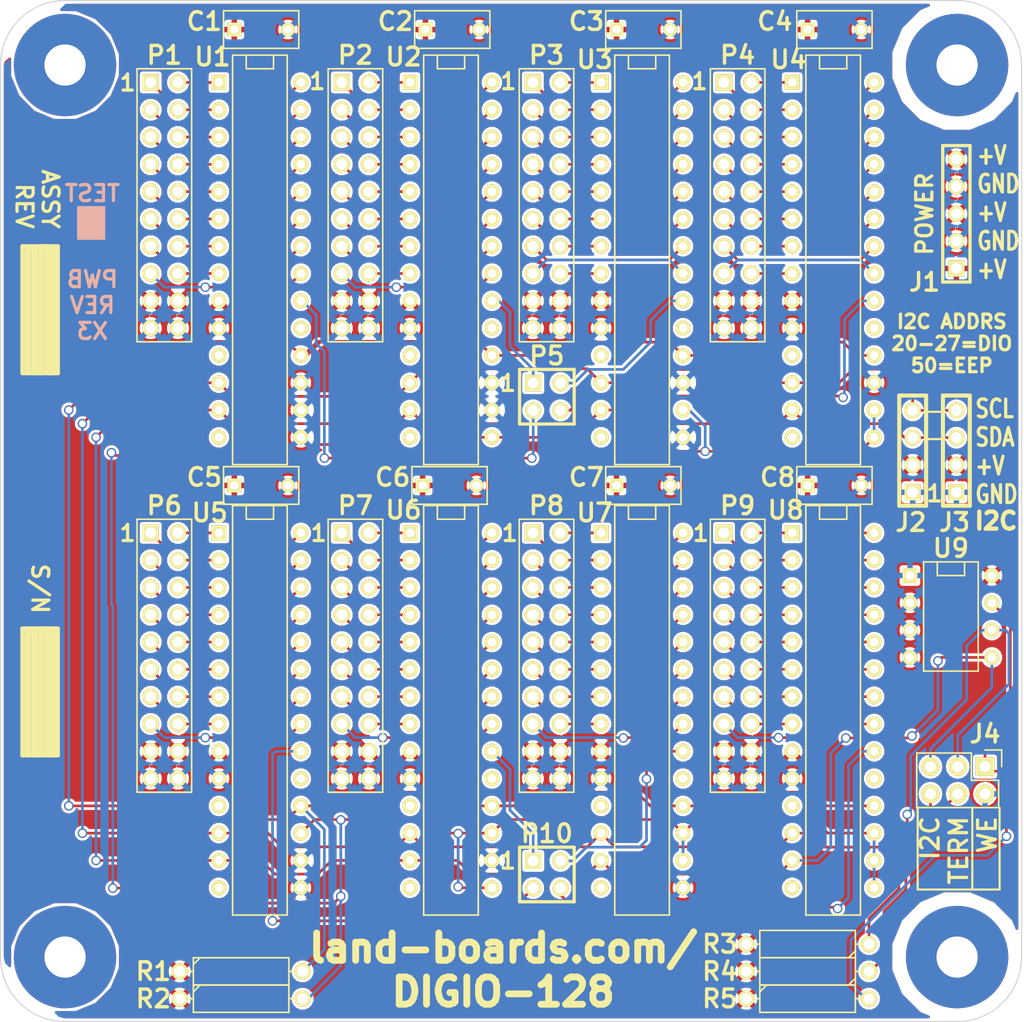
<source format=kicad_pcb>
(kicad_pcb (version 4) (host pcbnew "(after 2015-mar-04 BZR unknown)-product")
  (title_block (title "8-Channel Opto-Isolated Output I2C") (rev X1) (company land-boards.com))
  (layers (0 F.Cu signal) (31 B.Cu signal) (36 B.SilkS user) (37 F.SilkS user) (38 B.Mask user) (39 F.Mask user) (44 Edge.Cuts user))
  (net 0 "")
  (net 1 /16-bits-1/GP0)
  (net 2 /16-bits-1/GP1)
  (net 3 /16-bits-1/GP10)
  (net 4 /16-bits-1/GP11)
  (net 5 /16-bits-1/GP12)
  (net 6 /16-bits-1/GP13)
  (net 7 /16-bits-1/GP14)
  (net 8 /16-bits-1/GP15)
  (net 9 /16-bits-1/GP2)
  (net 10 /16-bits-1/GP3)
  (net 11 /16-bits-1/GP4)
  (net 12 /16-bits-1/GP5)
  (net 13 /16-bits-1/GP6)
  (net 14 /16-bits-1/GP7)
  (net 15 /16-bits-1/GP8)
  (net 16 /16-bits-1/GP9)
  (net 17 /16-bits-1/INTA)
  (net 18 /16-bits-1/RST)
  (net 19 /16-bits-1/SCL)
  (net 20 /16-bits-1/SDA)
  (net 21 /16-bits-1/VCC)
  (net 22 /16-bits-2/A0)
  (net 23 /16-bits-2/GP0)
  (net 24 /16-bits-2/GP1)
  (net 25 /16-bits-2/GP10)
  (net 26 /16-bits-2/GP11)
  (net 27 /16-bits-2/GP12)
  (net 28 /16-bits-2/GP13)
  (net 29 /16-bits-2/GP14)
  (net 30 /16-bits-2/GP15)
  (net 31 /16-bits-2/GP2)
  (net 32 /16-bits-2/GP3)
  (net 33 /16-bits-2/GP4)
  (net 34 /16-bits-2/GP5)
  (net 35 /16-bits-2/GP6)
  (net 36 /16-bits-2/GP7)
  (net 37 /16-bits-2/GP8)
  (net 38 /16-bits-2/GP9)
  (net 39 /16-bits-2/INTA)
  (net 40 /16-bits-3/GP0)
  (net 41 /16-bits-3/GP1)
  (net 42 /16-bits-3/GP10)
  (net 43 /16-bits-3/GP11)
  (net 44 /16-bits-3/GP12)
  (net 45 /16-bits-3/GP13)
  (net 46 /16-bits-3/GP14)
  (net 47 /16-bits-3/GP15)
  (net 48 /16-bits-3/GP2)
  (net 49 /16-bits-3/GP3)
  (net 50 /16-bits-3/GP4)
  (net 51 /16-bits-3/GP5)
  (net 52 /16-bits-3/GP6)
  (net 53 /16-bits-3/GP7)
  (net 54 /16-bits-3/GP8)
  (net 55 /16-bits-3/GP9)
  (net 56 /16-bits-3/INTA)
  (net 57 /16-bits-4/GP0)
  (net 58 /16-bits-4/GP1)
  (net 59 /16-bits-4/GP10)
  (net 60 /16-bits-4/GP11)
  (net 61 /16-bits-4/GP12)
  (net 62 /16-bits-4/GP13)
  (net 63 /16-bits-4/GP14)
  (net 64 /16-bits-4/GP15)
  (net 65 /16-bits-4/GP2)
  (net 66 /16-bits-4/GP3)
  (net 67 /16-bits-4/GP4)
  (net 68 /16-bits-4/GP5)
  (net 69 /16-bits-4/GP6)
  (net 70 /16-bits-4/GP7)
  (net 71 /16-bits-4/GP8)
  (net 72 /16-bits-4/GP9)
  (net 73 /16-bits-4/INTA)
  (net 74 /16-bits-5/GP0)
  (net 75 /16-bits-5/GP1)
  (net 76 /16-bits-5/GP10)
  (net 77 /16-bits-5/GP11)
  (net 78 /16-bits-5/GP12)
  (net 79 /16-bits-5/GP13)
  (net 80 /16-bits-5/GP14)
  (net 81 /16-bits-5/GP15)
  (net 82 /16-bits-5/GP2)
  (net 83 /16-bits-5/GP3)
  (net 84 /16-bits-5/GP4)
  (net 85 /16-bits-5/GP5)
  (net 86 /16-bits-5/GP6)
  (net 87 /16-bits-5/GP7)
  (net 88 /16-bits-5/GP8)
  (net 89 /16-bits-5/GP9)
  (net 90 /16-bits-5/INTA)
  (net 91 /16-bits-6/GP0)
  (net 92 /16-bits-6/GP1)
  (net 93 /16-bits-6/GP10)
  (net 94 /16-bits-6/GP11)
  (net 95 /16-bits-6/GP12)
  (net 96 /16-bits-6/GP13)
  (net 97 /16-bits-6/GP14)
  (net 98 /16-bits-6/GP15)
  (net 99 /16-bits-6/GP2)
  (net 100 /16-bits-6/GP3)
  (net 101 /16-bits-6/GP4)
  (net 102 /16-bits-6/GP5)
  (net 103 /16-bits-6/GP6)
  (net 104 /16-bits-6/GP7)
  (net 105 /16-bits-6/GP8)
  (net 106 /16-bits-6/GP9)
  (net 107 /16-bits-6/INTA)
  (net 108 /16-bits-7/GP0)
  (net 109 /16-bits-7/GP1)
  (net 110 /16-bits-7/GP10)
  (net 111 /16-bits-7/GP11)
  (net 112 /16-bits-7/GP12)
  (net 113 /16-bits-7/GP13)
  (net 114 /16-bits-7/GP14)
  (net 115 /16-bits-7/GP15)
  (net 116 /16-bits-7/GP2)
  (net 117 /16-bits-7/GP3)
  (net 118 /16-bits-7/GP4)
  (net 119 /16-bits-7/GP5)
  (net 120 /16-bits-7/GP6)
  (net 121 /16-bits-7/GP7)
  (net 122 /16-bits-7/GP8)
  (net 123 /16-bits-7/GP9)
  (net 124 /16-bits-7/INTA)
  (net 125 /16-bits-8/GP0)
  (net 126 /16-bits-8/GP1)
  (net 127 /16-bits-8/GP10)
  (net 128 /16-bits-8/GP11)
  (net 129 /16-bits-8/GP12)
  (net 130 /16-bits-8/GP13)
  (net 131 /16-bits-8/GP14)
  (net 132 /16-bits-8/GP15)
  (net 133 /16-bits-8/GP2)
  (net 134 /16-bits-8/GP3)
  (net 135 /16-bits-8/GP4)
  (net 136 /16-bits-8/GP5)
  (net 137 /16-bits-8/GP6)
  (net 138 /16-bits-8/GP7)
  (net 139 /16-bits-8/GP8)
  (net 140 /16-bits-8/GP9)
  (net 141 /16-bits-8/INTA)
  (net 142 GND)
  (net 143 "Net-(J4-Pad4)")
  (net 144 "Net-(J4-Pad6)")
  (net 145 /WE)
  (module pin_array_4x1 (layer F.Cu) (at 139.869 95.753)
    (fp_text reference J2 (at -0.169 2.799) (layer F.SilkS) (effects (font (size 1.651 1.651) (thickness 0.3175))))
    (fp_text value CONN_4 hide)
    (pad 1 thru_hole rect (at 0 0) (size 1.524 1.524) (drill 1.016) (layers *.Cu *.Mask F.SilkS) (net 142 GND))
    (pad 2 thru_hole circle (at 0 -2.54) (size 1.524 1.524) (drill 1.016) (layers *.Cu *.Mask F.SilkS) (net 21 /16-bits-1/VCC))
    (pad 3 thru_hole circle (at 0 -5.08) (size 1.524 1.524) (drill 1.016) (layers *.Cu *.Mask F.SilkS) (net 20 /16-bits-1/SDA))
    (pad 4 thru_hole circle (at 0 -7.62) (size 1.524 1.524) (drill 1.016) (layers *.Cu *.Mask F.SilkS) (net 19 /16-bits-1/SCL))
  )
  (module MTG-6-32 (layer F.Cu) (at 61 56 180)
    (fp_text reference MTG4 hide)
    (fp_text value MTG_HOLE hide)
    (pad 1 thru_hole circle (at 0 0 180) (size 9.525 9.525) (drill 3.8354) (layers *.Cu *.Mask))
  )
  (module MTG-6-32 (layer F.Cu) (at 144 56 180)
    (fp_text reference MTG3 hide)
    (fp_text value MTG_HOLE hide)
    (pad 1 thru_hole circle (at 0 0 180) (size 9.525 9.525) (drill 3.8354) (layers *.Cu *.Mask) (clearance 1.27))
  )
  (module MTG-6-32 (layer F.Cu) (at 61 139 180)
    (fp_text reference MTG2 hide)
    (fp_text value MTG_HOLE hide)
    (pad 1 thru_hole circle (at 0 0 180) (size 9.525 9.525) (drill 3.8354) (layers *.Cu *.Mask))
  )
  (module MTG-6-32 (layer F.Cu) (at 144 139 180)
    (fp_text reference MTG1 hide)
    (fp_text value MTG_HOLE hide)
    (pad 1 thru_hole circle (at 0 0 180) (size 9.525 9.525) (drill 3.8354) (layers *.Cu *.Mask) (clearance 1.27))
  )
  (module PIN_ARRAY_10X2 (layer F.Cu) (at 123.58 69.05 270)
    (fp_text reference P4 (at -13.97 0 360) (layer F.SilkS) (effects (font (size 1.651 1.651) (thickness 0.3175))))
    (fp_text value CONN_20 hide)
    (pad 1 thru_hole rect (at -11.43 1.27 270) (size 1.524 1.524) (drill 1.016) (layers *.Cu *.Mask F.SilkS) (net 70 /16-bits-4/GP7))
    (pad 2 thru_hole circle (at -11.43 -1.27 270) (size 1.524 1.524) (drill 1.016) (layers *.Cu *.Mask F.SilkS) (net 71 /16-bits-4/GP8))
    (pad 3 thru_hole circle (at -8.89 1.27 270) (size 1.524 1.524) (drill 1.016) (layers *.Cu *.Mask F.SilkS) (net 69 /16-bits-4/GP6))
    (pad 4 thru_hole circle (at -8.89 -1.27 270) (size 1.524 1.524) (drill 1.016) (layers *.Cu *.Mask F.SilkS) (net 72 /16-bits-4/GP9))
    (pad 5 thru_hole circle (at -6.35 1.27 270) (size 1.524 1.524) (drill 1.016) (layers *.Cu *.Mask F.SilkS) (net 68 /16-bits-4/GP5))
    (pad 6 thru_hole circle (at -6.35 -1.27 270) (size 1.524 1.524) (drill 1.016) (layers *.Cu *.Mask F.SilkS) (net 59 /16-bits-4/GP10))
    (pad 7 thru_hole circle (at -3.81 1.27 270) (size 1.524 1.524) (drill 1.016) (layers *.Cu *.Mask F.SilkS) (net 67 /16-bits-4/GP4))
    (pad 8 thru_hole circle (at -3.81 -1.27 270) (size 1.524 1.524) (drill 1.016) (layers *.Cu *.Mask F.SilkS) (net 60 /16-bits-4/GP11))
    (pad 9 thru_hole circle (at -1.27 1.27 270) (size 1.524 1.524) (drill 1.016) (layers *.Cu *.Mask F.SilkS) (net 66 /16-bits-4/GP3))
    (pad 10 thru_hole circle (at -1.27 -1.27 270) (size 1.524 1.524) (drill 1.016) (layers *.Cu *.Mask F.SilkS) (net 61 /16-bits-4/GP12))
    (pad 11 thru_hole circle (at 1.27 1.27 270) (size 1.524 1.524) (drill 1.016) (layers *.Cu *.Mask F.SilkS) (net 65 /16-bits-4/GP2))
    (pad 12 thru_hole circle (at 1.27 -1.27 270) (size 1.524 1.524) (drill 1.016) (layers *.Cu *.Mask F.SilkS) (net 62 /16-bits-4/GP13))
    (pad 13 thru_hole circle (at 3.81 1.27 270) (size 1.524 1.524) (drill 1.016) (layers *.Cu *.Mask F.SilkS) (net 58 /16-bits-4/GP1))
    (pad 14 thru_hole circle (at 3.81 -1.27 270) (size 1.524 1.524) (drill 1.016) (layers *.Cu *.Mask F.SilkS) (net 63 /16-bits-4/GP14))
    (pad 15 thru_hole circle (at 6.35 1.27 270) (size 1.524 1.524) (drill 1.016) (layers *.Cu *.Mask F.SilkS) (net 57 /16-bits-4/GP0))
    (pad 16 thru_hole circle (at 6.35 -1.27 270) (size 1.524 1.524) (drill 1.016) (layers *.Cu *.Mask F.SilkS) (net 64 /16-bits-4/GP15))
    (pad 17 thru_hole circle (at 8.89 1.27 270) (size 1.524 1.524) (drill 1.016) (layers *.Cu *.Mask F.SilkS) (net 21 /16-bits-1/VCC))
    (pad 18 thru_hole circle (at 8.89 -1.27 270) (size 1.524 1.524) (drill 1.016) (layers *.Cu *.Mask F.SilkS) (net 21 /16-bits-1/VCC))
    (pad 19 thru_hole circle (at 11.43 1.27 270) (size 1.524 1.524) (drill 1.016) (layers *.Cu *.Mask F.SilkS) (net 142 GND))
    (pad 20 thru_hole circle (at 11.43 -1.27 270) (size 1.524 1.524) (drill 1.016) (layers *.Cu *.Mask F.SilkS) (net 142 GND))
  )
  (module PIN_ARRAY_10X2 (layer F.Cu) (at 105.8 69.05 270)
    (fp_text reference P3 (at -13.97 0 360) (layer F.SilkS) (effects (font (size 1.651 1.651) (thickness 0.3175))))
    (fp_text value CONN_20 hide)
    (pad 1 thru_hole rect (at -11.43 1.27 270) (size 1.524 1.524) (drill 1.016) (layers *.Cu *.Mask F.SilkS) (net 53 /16-bits-3/GP7))
    (pad 2 thru_hole circle (at -11.43 -1.27 270) (size 1.524 1.524) (drill 1.016) (layers *.Cu *.Mask F.SilkS) (net 54 /16-bits-3/GP8))
    (pad 3 thru_hole circle (at -8.89 1.27 270) (size 1.524 1.524) (drill 1.016) (layers *.Cu *.Mask F.SilkS) (net 52 /16-bits-3/GP6))
    (pad 4 thru_hole circle (at -8.89 -1.27 270) (size 1.524 1.524) (drill 1.016) (layers *.Cu *.Mask F.SilkS) (net 55 /16-bits-3/GP9))
    (pad 5 thru_hole circle (at -6.35 1.27 270) (size 1.524 1.524) (drill 1.016) (layers *.Cu *.Mask F.SilkS) (net 51 /16-bits-3/GP5))
    (pad 6 thru_hole circle (at -6.35 -1.27 270) (size 1.524 1.524) (drill 1.016) (layers *.Cu *.Mask F.SilkS) (net 42 /16-bits-3/GP10))
    (pad 7 thru_hole circle (at -3.81 1.27 270) (size 1.524 1.524) (drill 1.016) (layers *.Cu *.Mask F.SilkS) (net 50 /16-bits-3/GP4))
    (pad 8 thru_hole circle (at -3.81 -1.27 270) (size 1.524 1.524) (drill 1.016) (layers *.Cu *.Mask F.SilkS) (net 43 /16-bits-3/GP11))
    (pad 9 thru_hole circle (at -1.27 1.27 270) (size 1.524 1.524) (drill 1.016) (layers *.Cu *.Mask F.SilkS) (net 49 /16-bits-3/GP3))
    (pad 10 thru_hole circle (at -1.27 -1.27 270) (size 1.524 1.524) (drill 1.016) (layers *.Cu *.Mask F.SilkS) (net 44 /16-bits-3/GP12))
    (pad 11 thru_hole circle (at 1.27 1.27 270) (size 1.524 1.524) (drill 1.016) (layers *.Cu *.Mask F.SilkS) (net 48 /16-bits-3/GP2))
    (pad 12 thru_hole circle (at 1.27 -1.27 270) (size 1.524 1.524) (drill 1.016) (layers *.Cu *.Mask F.SilkS) (net 45 /16-bits-3/GP13))
    (pad 13 thru_hole circle (at 3.81 1.27 270) (size 1.524 1.524) (drill 1.016) (layers *.Cu *.Mask F.SilkS) (net 41 /16-bits-3/GP1))
    (pad 14 thru_hole circle (at 3.81 -1.27 270) (size 1.524 1.524) (drill 1.016) (layers *.Cu *.Mask F.SilkS) (net 46 /16-bits-3/GP14))
    (pad 15 thru_hole circle (at 6.35 1.27 270) (size 1.524 1.524) (drill 1.016) (layers *.Cu *.Mask F.SilkS) (net 40 /16-bits-3/GP0))
    (pad 16 thru_hole circle (at 6.35 -1.27 270) (size 1.524 1.524) (drill 1.016) (layers *.Cu *.Mask F.SilkS) (net 47 /16-bits-3/GP15))
    (pad 17 thru_hole circle (at 8.89 1.27 270) (size 1.524 1.524) (drill 1.016) (layers *.Cu *.Mask F.SilkS) (net 21 /16-bits-1/VCC))
    (pad 18 thru_hole circle (at 8.89 -1.27 270) (size 1.524 1.524) (drill 1.016) (layers *.Cu *.Mask F.SilkS) (net 21 /16-bits-1/VCC))
    (pad 19 thru_hole circle (at 11.43 1.27 270) (size 1.524 1.524) (drill 1.016) (layers *.Cu *.Mask F.SilkS) (net 142 GND))
    (pad 20 thru_hole circle (at 11.43 -1.27 270) (size 1.524 1.524) (drill 1.016) (layers *.Cu *.Mask F.SilkS) (net 142 GND))
  )
  (module PIN_ARRAY_10X2 (layer F.Cu) (at 88.02 69.05 270)
    (fp_text reference P2 (at -13.97 0 360) (layer F.SilkS) (effects (font (size 1.651 1.651) (thickness 0.3175))))
    (fp_text value CONN_20 hide)
    (pad 1 thru_hole rect (at -11.43 1.27 270) (size 1.524 1.524) (drill 1.016) (layers *.Cu *.Mask F.SilkS) (net 36 /16-bits-2/GP7))
    (pad 2 thru_hole circle (at -11.43 -1.27 270) (size 1.524 1.524) (drill 1.016) (layers *.Cu *.Mask F.SilkS) (net 37 /16-bits-2/GP8))
    (pad 3 thru_hole circle (at -8.89 1.27 270) (size 1.524 1.524) (drill 1.016) (layers *.Cu *.Mask F.SilkS) (net 35 /16-bits-2/GP6))
    (pad 4 thru_hole circle (at -8.89 -1.27 270) (size 1.524 1.524) (drill 1.016) (layers *.Cu *.Mask F.SilkS) (net 38 /16-bits-2/GP9))
    (pad 5 thru_hole circle (at -6.35 1.27 270) (size 1.524 1.524) (drill 1.016) (layers *.Cu *.Mask F.SilkS) (net 34 /16-bits-2/GP5))
    (pad 6 thru_hole circle (at -6.35 -1.27 270) (size 1.524 1.524) (drill 1.016) (layers *.Cu *.Mask F.SilkS) (net 25 /16-bits-2/GP10))
    (pad 7 thru_hole circle (at -3.81 1.27 270) (size 1.524 1.524) (drill 1.016) (layers *.Cu *.Mask F.SilkS) (net 33 /16-bits-2/GP4))
    (pad 8 thru_hole circle (at -3.81 -1.27 270) (size 1.524 1.524) (drill 1.016) (layers *.Cu *.Mask F.SilkS) (net 26 /16-bits-2/GP11))
    (pad 9 thru_hole circle (at -1.27 1.27 270) (size 1.524 1.524) (drill 1.016) (layers *.Cu *.Mask F.SilkS) (net 32 /16-bits-2/GP3))
    (pad 10 thru_hole circle (at -1.27 -1.27 270) (size 1.524 1.524) (drill 1.016) (layers *.Cu *.Mask F.SilkS) (net 27 /16-bits-2/GP12))
    (pad 11 thru_hole circle (at 1.27 1.27 270) (size 1.524 1.524) (drill 1.016) (layers *.Cu *.Mask F.SilkS) (net 31 /16-bits-2/GP2))
    (pad 12 thru_hole circle (at 1.27 -1.27 270) (size 1.524 1.524) (drill 1.016) (layers *.Cu *.Mask F.SilkS) (net 28 /16-bits-2/GP13))
    (pad 13 thru_hole circle (at 3.81 1.27 270) (size 1.524 1.524) (drill 1.016) (layers *.Cu *.Mask F.SilkS) (net 24 /16-bits-2/GP1))
    (pad 14 thru_hole circle (at 3.81 -1.27 270) (size 1.524 1.524) (drill 1.016) (layers *.Cu *.Mask F.SilkS) (net 29 /16-bits-2/GP14))
    (pad 15 thru_hole circle (at 6.35 1.27 270) (size 1.524 1.524) (drill 1.016) (layers *.Cu *.Mask F.SilkS) (net 23 /16-bits-2/GP0))
    (pad 16 thru_hole circle (at 6.35 -1.27 270) (size 1.524 1.524) (drill 1.016) (layers *.Cu *.Mask F.SilkS) (net 30 /16-bits-2/GP15))
    (pad 17 thru_hole circle (at 8.89 1.27 270) (size 1.524 1.524) (drill 1.016) (layers *.Cu *.Mask F.SilkS) (net 21 /16-bits-1/VCC))
    (pad 18 thru_hole circle (at 8.89 -1.27 270) (size 1.524 1.524) (drill 1.016) (layers *.Cu *.Mask F.SilkS) (net 21 /16-bits-1/VCC))
    (pad 19 thru_hole circle (at 11.43 1.27 270) (size 1.524 1.524) (drill 1.016) (layers *.Cu *.Mask F.SilkS) (net 142 GND))
    (pad 20 thru_hole circle (at 11.43 -1.27 270) (size 1.524 1.524) (drill 1.016) (layers *.Cu *.Mask F.SilkS) (net 142 GND))
  )
  (module PIN_ARRAY_10X2 (layer F.Cu) (at 70.24 69.05 270)
    (fp_text reference P1 (at -13.97 0 360) (layer F.SilkS) (effects (font (size 1.651 1.651) (thickness 0.3175))))
    (fp_text value CONN_20 hide)
    (pad 1 thru_hole rect (at -11.43 1.27 270) (size 1.524 1.524) (drill 1.016) (layers *.Cu *.Mask F.SilkS) (net 14 /16-bits-1/GP7))
    (pad 2 thru_hole circle (at -11.43 -1.27 270) (size 1.524 1.524) (drill 1.016) (layers *.Cu *.Mask F.SilkS) (net 15 /16-bits-1/GP8))
    (pad 3 thru_hole circle (at -8.89 1.27 270) (size 1.524 1.524) (drill 1.016) (layers *.Cu *.Mask F.SilkS) (net 13 /16-bits-1/GP6))
    (pad 4 thru_hole circle (at -8.89 -1.27 270) (size 1.524 1.524) (drill 1.016) (layers *.Cu *.Mask F.SilkS) (net 16 /16-bits-1/GP9))
    (pad 5 thru_hole circle (at -6.35 1.27 270) (size 1.524 1.524) (drill 1.016) (layers *.Cu *.Mask F.SilkS) (net 12 /16-bits-1/GP5))
    (pad 6 thru_hole circle (at -6.35 -1.27 270) (size 1.524 1.524) (drill 1.016) (layers *.Cu *.Mask F.SilkS) (net 3 /16-bits-1/GP10))
    (pad 7 thru_hole circle (at -3.81 1.27 270) (size 1.524 1.524) (drill 1.016) (layers *.Cu *.Mask F.SilkS) (net 11 /16-bits-1/GP4))
    (pad 8 thru_hole circle (at -3.81 -1.27 270) (size 1.524 1.524) (drill 1.016) (layers *.Cu *.Mask F.SilkS) (net 4 /16-bits-1/GP11))
    (pad 9 thru_hole circle (at -1.27 1.27 270) (size 1.524 1.524) (drill 1.016) (layers *.Cu *.Mask F.SilkS) (net 10 /16-bits-1/GP3))
    (pad 10 thru_hole circle (at -1.27 -1.27 270) (size 1.524 1.524) (drill 1.016) (layers *.Cu *.Mask F.SilkS) (net 5 /16-bits-1/GP12))
    (pad 11 thru_hole circle (at 1.27 1.27 270) (size 1.524 1.524) (drill 1.016) (layers *.Cu *.Mask F.SilkS) (net 9 /16-bits-1/GP2))
    (pad 12 thru_hole circle (at 1.27 -1.27 270) (size 1.524 1.524) (drill 1.016) (layers *.Cu *.Mask F.SilkS) (net 6 /16-bits-1/GP13))
    (pad 13 thru_hole circle (at 3.81 1.27 270) (size 1.524 1.524) (drill 1.016) (layers *.Cu *.Mask F.SilkS) (net 2 /16-bits-1/GP1))
    (pad 14 thru_hole circle (at 3.81 -1.27 270) (size 1.524 1.524) (drill 1.016) (layers *.Cu *.Mask F.SilkS) (net 7 /16-bits-1/GP14))
    (pad 15 thru_hole circle (at 6.35 1.27 270) (size 1.524 1.524) (drill 1.016) (layers *.Cu *.Mask F.SilkS) (net 1 /16-bits-1/GP0))
    (pad 16 thru_hole circle (at 6.35 -1.27 270) (size 1.524 1.524) (drill 1.016) (layers *.Cu *.Mask F.SilkS) (net 8 /16-bits-1/GP15))
    (pad 17 thru_hole circle (at 8.89 1.27 270) (size 1.524 1.524) (drill 1.016) (layers *.Cu *.Mask F.SilkS) (net 21 /16-bits-1/VCC))
    (pad 18 thru_hole circle (at 8.89 -1.27 270) (size 1.524 1.524) (drill 1.016) (layers *.Cu *.Mask F.SilkS) (net 21 /16-bits-1/VCC))
    (pad 19 thru_hole circle (at 11.43 1.27 270) (size 1.524 1.524) (drill 1.016) (layers *.Cu *.Mask F.SilkS) (net 142 GND))
    (pad 20 thru_hole circle (at 11.43 -1.27 270) (size 1.524 1.524) (drill 1.016) (layers *.Cu *.Mask F.SilkS) (net 142 GND))
  )
  (module pin_array_4x1 (layer F.Cu) (at 143.933 95.753)
    (fp_text reference J3 (at -0.169 2.799) (layer F.SilkS) (effects (font (size 1.651 1.651) (thickness 0.3175))))
    (fp_text value CONN_4 hide)
    (pad 1 thru_hole rect (at 0 0) (size 1.524 1.524) (drill 1.016) (layers *.Cu *.Mask F.SilkS) (net 142 GND))
    (pad 2 thru_hole circle (at 0 -2.54) (size 1.524 1.524) (drill 1.016) (layers *.Cu *.Mask F.SilkS) (net 21 /16-bits-1/VCC))
    (pad 3 thru_hole circle (at 0 -5.08) (size 1.524 1.524) (drill 1.016) (layers *.Cu *.Mask F.SilkS) (net 20 /16-bits-1/SDA))
    (pad 4 thru_hole circle (at 0 -7.62) (size 1.524 1.524) (drill 1.016) (layers *.Cu *.Mask F.SilkS) (net 19 /16-bits-1/SCL))
  )
  (module PIN_ARRAY_10X2 (layer F.Cu) (at 88.02 110.96 270)
    (fp_text reference P7 (at -13.97 0 360) (layer F.SilkS) (effects (font (size 1.651 1.651) (thickness 0.3175))))
    (fp_text value CONN_20 hide)
    (pad 1 thru_hole rect (at -11.43 1.27 270) (size 1.524 1.524) (drill 1.016) (layers *.Cu *.Mask F.SilkS) (net 104 /16-bits-6/GP7))
    (pad 2 thru_hole circle (at -11.43 -1.27 270) (size 1.524 1.524) (drill 1.016) (layers *.Cu *.Mask F.SilkS) (net 105 /16-bits-6/GP8))
    (pad 3 thru_hole circle (at -8.89 1.27 270) (size 1.524 1.524) (drill 1.016) (layers *.Cu *.Mask F.SilkS) (net 103 /16-bits-6/GP6))
    (pad 4 thru_hole circle (at -8.89 -1.27 270) (size 1.524 1.524) (drill 1.016) (layers *.Cu *.Mask F.SilkS) (net 106 /16-bits-6/GP9))
    (pad 5 thru_hole circle (at -6.35 1.27 270) (size 1.524 1.524) (drill 1.016) (layers *.Cu *.Mask F.SilkS) (net 102 /16-bits-6/GP5))
    (pad 6 thru_hole circle (at -6.35 -1.27 270) (size 1.524 1.524) (drill 1.016) (layers *.Cu *.Mask F.SilkS) (net 93 /16-bits-6/GP10))
    (pad 7 thru_hole circle (at -3.81 1.27 270) (size 1.524 1.524) (drill 1.016) (layers *.Cu *.Mask F.SilkS) (net 101 /16-bits-6/GP4))
    (pad 8 thru_hole circle (at -3.81 -1.27 270) (size 1.524 1.524) (drill 1.016) (layers *.Cu *.Mask F.SilkS) (net 94 /16-bits-6/GP11))
    (pad 9 thru_hole circle (at -1.27 1.27 270) (size 1.524 1.524) (drill 1.016) (layers *.Cu *.Mask F.SilkS) (net 100 /16-bits-6/GP3))
    (pad 10 thru_hole circle (at -1.27 -1.27 270) (size 1.524 1.524) (drill 1.016) (layers *.Cu *.Mask F.SilkS) (net 95 /16-bits-6/GP12))
    (pad 11 thru_hole circle (at 1.27 1.27 270) (size 1.524 1.524) (drill 1.016) (layers *.Cu *.Mask F.SilkS) (net 99 /16-bits-6/GP2))
    (pad 12 thru_hole circle (at 1.27 -1.27 270) (size 1.524 1.524) (drill 1.016) (layers *.Cu *.Mask F.SilkS) (net 96 /16-bits-6/GP13))
    (pad 13 thru_hole circle (at 3.81 1.27 270) (size 1.524 1.524) (drill 1.016) (layers *.Cu *.Mask F.SilkS) (net 92 /16-bits-6/GP1))
    (pad 14 thru_hole circle (at 3.81 -1.27 270) (size 1.524 1.524) (drill 1.016) (layers *.Cu *.Mask F.SilkS) (net 97 /16-bits-6/GP14))
    (pad 15 thru_hole circle (at 6.35 1.27 270) (size 1.524 1.524) (drill 1.016) (layers *.Cu *.Mask F.SilkS) (net 91 /16-bits-6/GP0))
    (pad 16 thru_hole circle (at 6.35 -1.27 270) (size 1.524 1.524) (drill 1.016) (layers *.Cu *.Mask F.SilkS) (net 98 /16-bits-6/GP15))
    (pad 17 thru_hole circle (at 8.89 1.27 270) (size 1.524 1.524) (drill 1.016) (layers *.Cu *.Mask F.SilkS) (net 21 /16-bits-1/VCC))
    (pad 18 thru_hole circle (at 8.89 -1.27 270) (size 1.524 1.524) (drill 1.016) (layers *.Cu *.Mask F.SilkS) (net 21 /16-bits-1/VCC))
    (pad 19 thru_hole circle (at 11.43 1.27 270) (size 1.524 1.524) (drill 1.016) (layers *.Cu *.Mask F.SilkS) (net 142 GND))
    (pad 20 thru_hole circle (at 11.43 -1.27 270) (size 1.524 1.524) (drill 1.016) (layers *.Cu *.Mask F.SilkS) (net 142 GND))
  )
  (module PIN_ARRAY_10X2 (layer F.Cu) (at 105.8 110.96 270)
    (fp_text reference P8 (at -13.97 0 360) (layer F.SilkS) (effects (font (size 1.651 1.651) (thickness 0.3175))))
    (fp_text value CONN_20 hide)
    (pad 1 thru_hole rect (at -11.43 1.27 270) (size 1.524 1.524) (drill 1.016) (layers *.Cu *.Mask F.SilkS) (net 121 /16-bits-7/GP7))
    (pad 2 thru_hole circle (at -11.43 -1.27 270) (size 1.524 1.524) (drill 1.016) (layers *.Cu *.Mask F.SilkS) (net 122 /16-bits-7/GP8))
    (pad 3 thru_hole circle (at -8.89 1.27 270) (size 1.524 1.524) (drill 1.016) (layers *.Cu *.Mask F.SilkS) (net 120 /16-bits-7/GP6))
    (pad 4 thru_hole circle (at -8.89 -1.27 270) (size 1.524 1.524) (drill 1.016) (layers *.Cu *.Mask F.SilkS) (net 123 /16-bits-7/GP9))
    (pad 5 thru_hole circle (at -6.35 1.27 270) (size 1.524 1.524) (drill 1.016) (layers *.Cu *.Mask F.SilkS) (net 119 /16-bits-7/GP5))
    (pad 6 thru_hole circle (at -6.35 -1.27 270) (size 1.524 1.524) (drill 1.016) (layers *.Cu *.Mask F.SilkS) (net 110 /16-bits-7/GP10))
    (pad 7 thru_hole circle (at -3.81 1.27 270) (size 1.524 1.524) (drill 1.016) (layers *.Cu *.Mask F.SilkS) (net 118 /16-bits-7/GP4))
    (pad 8 thru_hole circle (at -3.81 -1.27 270) (size 1.524 1.524) (drill 1.016) (layers *.Cu *.Mask F.SilkS) (net 111 /16-bits-7/GP11))
    (pad 9 thru_hole circle (at -1.27 1.27 270) (size 1.524 1.524) (drill 1.016) (layers *.Cu *.Mask F.SilkS) (net 117 /16-bits-7/GP3))
    (pad 10 thru_hole circle (at -1.27 -1.27 270) (size 1.524 1.524) (drill 1.016) (layers *.Cu *.Mask F.SilkS) (net 112 /16-bits-7/GP12))
    (pad 11 thru_hole circle (at 1.27 1.27 270) (size 1.524 1.524) (drill 1.016) (layers *.Cu *.Mask F.SilkS) (net 116 /16-bits-7/GP2))
    (pad 12 thru_hole circle (at 1.27 -1.27 270) (size 1.524 1.524) (drill 1.016) (layers *.Cu *.Mask F.SilkS) (net 113 /16-bits-7/GP13))
    (pad 13 thru_hole circle (at 3.81 1.27 270) (size 1.524 1.524) (drill 1.016) (layers *.Cu *.Mask F.SilkS) (net 109 /16-bits-7/GP1))
    (pad 14 thru_hole circle (at 3.81 -1.27 270) (size 1.524 1.524) (drill 1.016) (layers *.Cu *.Mask F.SilkS) (net 114 /16-bits-7/GP14))
    (pad 15 thru_hole circle (at 6.35 1.27 270) (size 1.524 1.524) (drill 1.016) (layers *.Cu *.Mask F.SilkS) (net 108 /16-bits-7/GP0))
    (pad 16 thru_hole circle (at 6.35 -1.27 270) (size 1.524 1.524) (drill 1.016) (layers *.Cu *.Mask F.SilkS) (net 115 /16-bits-7/GP15))
    (pad 17 thru_hole circle (at 8.89 1.27 270) (size 1.524 1.524) (drill 1.016) (layers *.Cu *.Mask F.SilkS) (net 21 /16-bits-1/VCC))
    (pad 18 thru_hole circle (at 8.89 -1.27 270) (size 1.524 1.524) (drill 1.016) (layers *.Cu *.Mask F.SilkS) (net 21 /16-bits-1/VCC))
    (pad 19 thru_hole circle (at 11.43 1.27 270) (size 1.524 1.524) (drill 1.016) (layers *.Cu *.Mask F.SilkS) (net 142 GND))
    (pad 20 thru_hole circle (at 11.43 -1.27 270) (size 1.524 1.524) (drill 1.016) (layers *.Cu *.Mask F.SilkS) (net 142 GND))
  )
  (module PIN_ARRAY_10X2 (layer F.Cu) (at 123.58 110.96 270)
    (fp_text reference P9 (at -13.97 0 360) (layer F.SilkS) (effects (font (size 1.651 1.651) (thickness 0.3175))))
    (fp_text value CONN_20 hide)
    (pad 1 thru_hole rect (at -11.43 1.27 270) (size 1.524 1.524) (drill 1.016) (layers *.Cu *.Mask F.SilkS) (net 138 /16-bits-8/GP7))
    (pad 2 thru_hole circle (at -11.43 -1.27 270) (size 1.524 1.524) (drill 1.016) (layers *.Cu *.Mask F.SilkS) (net 139 /16-bits-8/GP8))
    (pad 3 thru_hole circle (at -8.89 1.27 270) (size 1.524 1.524) (drill 1.016) (layers *.Cu *.Mask F.SilkS) (net 137 /16-bits-8/GP6))
    (pad 4 thru_hole circle (at -8.89 -1.27 270) (size 1.524 1.524) (drill 1.016) (layers *.Cu *.Mask F.SilkS) (net 140 /16-bits-8/GP9))
    (pad 5 thru_hole circle (at -6.35 1.27 270) (size 1.524 1.524) (drill 1.016) (layers *.Cu *.Mask F.SilkS) (net 136 /16-bits-8/GP5))
    (pad 6 thru_hole circle (at -6.35 -1.27 270) (size 1.524 1.524) (drill 1.016) (layers *.Cu *.Mask F.SilkS) (net 127 /16-bits-8/GP10))
    (pad 7 thru_hole circle (at -3.81 1.27 270) (size 1.524 1.524) (drill 1.016) (layers *.Cu *.Mask F.SilkS) (net 135 /16-bits-8/GP4))
    (pad 8 thru_hole circle (at -3.81 -1.27 270) (size 1.524 1.524) (drill 1.016) (layers *.Cu *.Mask F.SilkS) (net 128 /16-bits-8/GP11))
    (pad 9 thru_hole circle (at -1.27 1.27 270) (size 1.524 1.524) (drill 1.016) (layers *.Cu *.Mask F.SilkS) (net 134 /16-bits-8/GP3))
    (pad 10 thru_hole circle (at -1.27 -1.27 270) (size 1.524 1.524) (drill 1.016) (layers *.Cu *.Mask F.SilkS) (net 129 /16-bits-8/GP12))
    (pad 11 thru_hole circle (at 1.27 1.27 270) (size 1.524 1.524) (drill 1.016) (layers *.Cu *.Mask F.SilkS) (net 133 /16-bits-8/GP2))
    (pad 12 thru_hole circle (at 1.27 -1.27 270) (size 1.524 1.524) (drill 1.016) (layers *.Cu *.Mask F.SilkS) (net 130 /16-bits-8/GP13))
    (pad 13 thru_hole circle (at 3.81 1.27 270) (size 1.524 1.524) (drill 1.016) (layers *.Cu *.Mask F.SilkS) (net 126 /16-bits-8/GP1))
    (pad 14 thru_hole circle (at 3.81 -1.27 270) (size 1.524 1.524) (drill 1.016) (layers *.Cu *.Mask F.SilkS) (net 131 /16-bits-8/GP14))
    (pad 15 thru_hole circle (at 6.35 1.27 270) (size 1.524 1.524) (drill 1.016) (layers *.Cu *.Mask F.SilkS) (net 125 /16-bits-8/GP0))
    (pad 16 thru_hole circle (at 6.35 -1.27 270) (size 1.524 1.524) (drill 1.016) (layers *.Cu *.Mask F.SilkS) (net 132 /16-bits-8/GP15))
    (pad 17 thru_hole circle (at 8.89 1.27 270) (size 1.524 1.524) (drill 1.016) (layers *.Cu *.Mask F.SilkS) (net 21 /16-bits-1/VCC))
    (pad 18 thru_hole circle (at 8.89 -1.27 270) (size 1.524 1.524) (drill 1.016) (layers *.Cu *.Mask F.SilkS) (net 21 /16-bits-1/VCC))
    (pad 19 thru_hole circle (at 11.43 1.27 270) (size 1.524 1.524) (drill 1.016) (layers *.Cu *.Mask F.SilkS) (net 142 GND))
    (pad 20 thru_hole circle (at 11.43 -1.27 270) (size 1.524 1.524) (drill 1.016) (layers *.Cu *.Mask F.SilkS) (net 142 GND))
  )
  (module PIN_ARRAY_2X2 (layer F.Cu) (at 105.833 131.313 270)
    (fp_text reference P10 (at -3.81 0 360) (layer F.SilkS) (effects (font (size 1.651 1.651) (thickness 0.3175))))
    (fp_text value CONN_2X2 hide)
    (pad 1 thru_hole rect (at -1.27 1.27 270) (size 1.524 1.524) (drill 1.016) (layers *.Cu *.Mask F.SilkS) (net 107 /16-bits-6/INTA))
    (pad 2 thru_hole circle (at -1.27 -1.27 270) (size 1.524 1.524) (drill 1.016) (layers *.Cu *.Mask F.SilkS) (net 124 /16-bits-7/INTA))
    (pad 3 thru_hole circle (at 1.27 1.27 270) (size 1.524 1.524) (drill 1.016) (layers *.Cu *.Mask F.SilkS) (net 90 /16-bits-5/INTA))
    (pad 4 thru_hole circle (at 1.27 -1.27 270) (size 1.524 1.524) (drill 1.016) (layers *.Cu *.Mask F.SilkS) (net 141 /16-bits-8/INTA))
  )
  (module PIN_ARRAY_2X2 (layer F.Cu) (at 105.833 86.863 270)
    (fp_text reference P5 (at -3.81 0 360) (layer F.SilkS) (effects (font (size 1.651 1.651) (thickness 0.3175))))
    (fp_text value CONN_2X2 hide)
    (pad 1 thru_hole rect (at -1.27 1.27 270) (size 1.524 1.524) (drill 1.016) (layers *.Cu *.Mask F.SilkS) (net 39 /16-bits-2/INTA))
    (pad 2 thru_hole circle (at -1.27 -1.27 270) (size 1.524 1.524) (drill 1.016) (layers *.Cu *.Mask F.SilkS) (net 56 /16-bits-3/INTA))
    (pad 3 thru_hole circle (at 1.27 1.27 270) (size 1.524 1.524) (drill 1.016) (layers *.Cu *.Mask F.SilkS) (net 17 /16-bits-1/INTA))
    (pad 4 thru_hole circle (at 1.27 -1.27 270) (size 1.524 1.524) (drill 1.016) (layers *.Cu *.Mask F.SilkS) (net 73 /16-bits-4/INTA))
  )
  (module PIN_ARRAY_10X2 (layer F.Cu) (at 70.24 110.96 270)
    (fp_text reference P6 (at -13.97 0 360) (layer F.SilkS) (effects (font (size 1.651 1.651) (thickness 0.3175))))
    (fp_text value CONN_20 hide)
    (pad 1 thru_hole rect (at -11.43 1.27 270) (size 1.524 1.524) (drill 1.016) (layers *.Cu *.Mask F.SilkS) (net 87 /16-bits-5/GP7))
    (pad 2 thru_hole circle (at -11.43 -1.27 270) (size 1.524 1.524) (drill 1.016) (layers *.Cu *.Mask F.SilkS) (net 88 /16-bits-5/GP8))
    (pad 3 thru_hole circle (at -8.89 1.27 270) (size 1.524 1.524) (drill 1.016) (layers *.Cu *.Mask F.SilkS) (net 86 /16-bits-5/GP6))
    (pad 4 thru_hole circle (at -8.89 -1.27 270) (size 1.524 1.524) (drill 1.016) (layers *.Cu *.Mask F.SilkS) (net 89 /16-bits-5/GP9))
    (pad 5 thru_hole circle (at -6.35 1.27 270) (size 1.524 1.524) (drill 1.016) (layers *.Cu *.Mask F.SilkS) (net 85 /16-bits-5/GP5))
    (pad 6 thru_hole circle (at -6.35 -1.27 270) (size 1.524 1.524) (drill 1.016) (layers *.Cu *.Mask F.SilkS) (net 76 /16-bits-5/GP10))
    (pad 7 thru_hole circle (at -3.81 1.27 270) (size 1.524 1.524) (drill 1.016) (layers *.Cu *.Mask F.SilkS) (net 84 /16-bits-5/GP4))
    (pad 8 thru_hole circle (at -3.81 -1.27 270) (size 1.524 1.524) (drill 1.016) (layers *.Cu *.Mask F.SilkS) (net 77 /16-bits-5/GP11))
    (pad 9 thru_hole circle (at -1.27 1.27 270) (size 1.524 1.524) (drill 1.016) (layers *.Cu *.Mask F.SilkS) (net 83 /16-bits-5/GP3))
    (pad 10 thru_hole circle (at -1.27 -1.27 270) (size 1.524 1.524) (drill 1.016) (layers *.Cu *.Mask F.SilkS) (net 78 /16-bits-5/GP12))
    (pad 11 thru_hole circle (at 1.27 1.27 270) (size 1.524 1.524) (drill 1.016) (layers *.Cu *.Mask F.SilkS) (net 82 /16-bits-5/GP2))
    (pad 12 thru_hole circle (at 1.27 -1.27 270) (size 1.524 1.524) (drill 1.016) (layers *.Cu *.Mask F.SilkS) (net 79 /16-bits-5/GP13))
    (pad 13 thru_hole circle (at 3.81 1.27 270) (size 1.524 1.524) (drill 1.016) (layers *.Cu *.Mask F.SilkS) (net 75 /16-bits-5/GP1))
    (pad 14 thru_hole circle (at 3.81 -1.27 270) (size 1.524 1.524) (drill 1.016) (layers *.Cu *.Mask F.SilkS) (net 80 /16-bits-5/GP14))
    (pad 15 thru_hole circle (at 6.35 1.27 270) (size 1.524 1.524) (drill 1.016) (layers *.Cu *.Mask F.SilkS) (net 74 /16-bits-5/GP0))
    (pad 16 thru_hole circle (at 6.35 -1.27 270) (size 1.524 1.524) (drill 1.016) (layers *.Cu *.Mask F.SilkS) (net 81 /16-bits-5/GP15))
    (pad 17 thru_hole circle (at 8.89 1.27 270) (size 1.524 1.524) (drill 1.016) (layers *.Cu *.Mask F.SilkS) (net 21 /16-bits-1/VCC))
    (pad 18 thru_hole circle (at 8.89 -1.27 270) (size 1.524 1.524) (drill 1.016) (layers *.Cu *.Mask F.SilkS) (net 21 /16-bits-1/VCC))
    (pad 19 thru_hole circle (at 11.43 1.27 270) (size 1.524 1.524) (drill 1.016) (layers *.Cu *.Mask F.SilkS) (net 142 GND))
    (pad 20 thru_hole circle (at 11.43 -1.27 270) (size 1.524 1.524) (drill 1.016) (layers *.Cu *.Mask F.SilkS) (net 142 GND))
  )
  (module PIN_ARRAY_5X1 (layer F.Cu) (at 143.933 69.845 90)
    (fp_text reference J1 (at -6.355 -2.963 180) (layer F.SilkS) (effects (font (size 1.651 1.651) (thickness 0.3175))))
    (fp_text value CONN_5 hide)
    (pad 1 thru_hole rect (at -5.08 0 90) (size 1.524 1.524) (drill 1.016) (layers *.Cu *.Mask F.SilkS) (net 21 /16-bits-1/VCC))
    (pad 2 thru_hole circle (at -2.54 0 90) (size 1.524 1.524) (drill 1.016) (layers *.Cu *.Mask F.SilkS) (net 142 GND))
    (pad 3 thru_hole circle (at 0 0 90) (size 1.524 1.524) (drill 1.016) (layers *.Cu *.Mask F.SilkS) (net 21 /16-bits-1/VCC))
    (pad 4 thru_hole circle (at 2.54 0 90) (size 1.524 1.524) (drill 1.016) (layers *.Cu *.Mask F.SilkS) (net 142 GND))
    (pad 5 thru_hole circle (at 5.08 0 90) (size 1.524 1.524) (drill 1.016) (layers *.Cu *.Mask F.SilkS) (net 21 /16-bits-1/VCC))
  )
  (module REV_BLOCK (layer F.Cu) (at 58.81 79.21 90)
    (fp_text reference COUP2 hide)
    (fp_text value COUPON hide)
  )
  (module REV_BLOCK (layer F.Cu) (at 58.81 114.77 90)
    (fp_text reference COUP1 hide)
    (fp_text value COUPON hide)
  )
  (module Discret:R4-5 (layer F.Cu) (at 77.385 140.33)
    (fp_text reference R1 (at -8.17 0.005) (layer F.SilkS) (effects (font (size 1.651 1.651) (thickness 0.3175))))
    (fp_text value 10K hide)
    (pad 1 thru_hole circle (at -5.715 0) (size 1.524 1.524) (drill 1.016) (layers *.Cu *.Mask F.SilkS) (net 21 /16-bits-1/VCC))
    (pad 2 thru_hole circle (at 5.715 0) (size 1.524 1.524) (drill 1.016) (layers *.Cu *.Mask F.SilkS) (net 18 /16-bits-1/RST))
  )
  (module Discret:R4-5 (layer F.Cu) (at 77.385 142.87)
    (fp_text reference R2 (at -8.17 0.005) (layer F.SilkS) (effects (font (size 1.651 1.651) (thickness 0.3175))))
    (fp_text value 10K hide)
    (pad 1 thru_hole circle (at -5.715 0) (size 1.524 1.524) (drill 1.016) (layers *.Cu *.Mask F.SilkS) (net 21 /16-bits-1/VCC))
    (pad 2 thru_hole circle (at 5.715 0) (size 1.524 1.524) (drill 1.016) (layers *.Cu *.Mask F.SilkS) (net 22 /16-bits-2/A0))
  )
  (module Discret:R4-5 (layer F.Cu) (at 130.09 140.33 180)
    (fp_text reference R4 (at 8.17 -0.005 180) (layer F.SilkS) (effects (font (size 1.651 1.651) (thickness 0.3175))))
    (fp_text value 2.2K hide)
    (pad 1 thru_hole circle (at -5.715 0 180) (size 1.524 1.524) (drill 1.016) (layers *.Cu *.Mask F.SilkS) (net 143 "Net-(J4-Pad4)"))
    (pad 2 thru_hole circle (at 5.715 0 180) (size 1.524 1.524) (drill 1.016) (layers *.Cu *.Mask F.SilkS) (net 21 /16-bits-1/VCC))
  )
  (module Discret:R4-5 (layer F.Cu) (at 130.09 137.79 180)
    (fp_text reference R3 (at 8.17 -0.005 180) (layer F.SilkS) (effects (font (size 1.651 1.651) (thickness 0.3175))))
    (fp_text value 2.2K hide)
    (pad 1 thru_hole circle (at -5.715 0 180) (size 1.524 1.524) (drill 1.016) (layers *.Cu *.Mask F.SilkS) (net 144 "Net-(J4-Pad6)"))
    (pad 2 thru_hole circle (at 5.715 0 180) (size 1.524 1.524) (drill 1.016) (layers *.Cu *.Mask F.SilkS) (net 21 /16-bits-1/VCC))
  )
  (module Housings_DIP:DIP-28__300 (layer F.Cu) (at 79.13 74.13 270)
    (fp_text reference U1 (at -18.89 4.412 360) (layer F.SilkS) (effects (font (size 1.651 1.651) (thickness 0.3175))))
    (fp_text value MCP23017P hide)
    (pad 2 thru_hole circle (at -13.97 3.81 270) (size 1.397 1.397) (drill 0.8128) (layers *.Cu *.Mask F.SilkS) (net 16 /16-bits-1/GP9))
    (pad 3 thru_hole circle (at -11.43 3.81 270) (size 1.397 1.397) (drill 0.8128) (layers *.Cu *.Mask F.SilkS) (net 3 /16-bits-1/GP10))
    (pad 4 thru_hole circle (at -8.89 3.81 270) (size 1.397 1.397) (drill 0.8128) (layers *.Cu *.Mask F.SilkS) (net 4 /16-bits-1/GP11))
    (pad 5 thru_hole circle (at -6.35 3.81 270) (size 1.397 1.397) (drill 0.8128) (layers *.Cu *.Mask F.SilkS) (net 5 /16-bits-1/GP12))
    (pad 6 thru_hole circle (at -3.81 3.81 270) (size 1.397 1.397) (drill 0.8128) (layers *.Cu *.Mask F.SilkS) (net 6 /16-bits-1/GP13))
    (pad 7 thru_hole circle (at -1.27 3.81 270) (size 1.397 1.397) (drill 0.8128) (layers *.Cu *.Mask F.SilkS) (net 7 /16-bits-1/GP14))
    (pad 8 thru_hole circle (at 1.27 3.81 270) (size 1.397 1.397) (drill 0.8128) (layers *.Cu *.Mask F.SilkS) (net 8 /16-bits-1/GP15))
    (pad 9 thru_hole circle (at 3.81 3.81 270) (size 1.397 1.397) (drill 0.8128) (layers *.Cu *.Mask F.SilkS) (net 21 /16-bits-1/VCC))
    (pad 10 thru_hole circle (at 6.35 3.81 270) (size 1.397 1.397) (drill 0.8128) (layers *.Cu *.Mask F.SilkS) (net 142 GND))
    (pad 11 thru_hole circle (at 8.89 3.81 270) (size 1.397 1.397) (drill 0.8128) (layers *.Cu *.Mask F.SilkS))
    (pad 12 thru_hole circle (at 11.43 3.81 270) (size 1.397 1.397) (drill 0.8128) (layers *.Cu *.Mask F.SilkS) (net 19 /16-bits-1/SCL))
    (pad 13 thru_hole circle (at 13.97 3.81 270) (size 1.397 1.397) (drill 0.8128) (layers *.Cu *.Mask F.SilkS) (net 20 /16-bits-1/SDA))
    (pad 14 thru_hole circle (at 16.51 3.81 270) (size 1.397 1.397) (drill 0.8128) (layers *.Cu *.Mask F.SilkS))
    (pad 1 thru_hole rect (at -16.51 3.81 270) (size 1.397 1.397) (drill 0.8128) (layers *.Cu *.Mask F.SilkS) (net 15 /16-bits-1/GP8))
    (pad 15 thru_hole circle (at 16.51 -3.81 270) (size 1.397 1.397) (drill 0.8128) (layers *.Cu *.Mask F.SilkS) (net 142 GND))
    (pad 16 thru_hole circle (at 13.97 -3.81 270) (size 1.397 1.397) (drill 0.8128) (layers *.Cu *.Mask F.SilkS) (net 142 GND))
    (pad 17 thru_hole circle (at 11.43 -3.81 270) (size 1.397 1.397) (drill 0.8128) (layers *.Cu *.Mask F.SilkS) (net 142 GND))
    (pad 18 thru_hole circle (at 8.89 -3.81 270) (size 1.397 1.397) (drill 0.8128) (layers *.Cu *.Mask F.SilkS) (net 18 /16-bits-1/RST))
    (pad 19 thru_hole circle (at 6.35 -3.81 270) (size 1.397 1.397) (drill 0.8128) (layers *.Cu *.Mask F.SilkS))
    (pad 20 thru_hole circle (at 3.81 -3.81 270) (size 1.397 1.397) (drill 0.8128) (layers *.Cu *.Mask F.SilkS) (net 17 /16-bits-1/INTA))
    (pad 21 thru_hole circle (at 1.27 -3.81 270) (size 1.397 1.397) (drill 0.8128) (layers *.Cu *.Mask F.SilkS) (net 1 /16-bits-1/GP0))
    (pad 22 thru_hole circle (at -1.27 -3.81 270) (size 1.397 1.397) (drill 0.8128) (layers *.Cu *.Mask F.SilkS) (net 2 /16-bits-1/GP1))
    (pad 23 thru_hole circle (at -3.81 -3.81 270) (size 1.397 1.397) (drill 0.8128) (layers *.Cu *.Mask F.SilkS) (net 9 /16-bits-1/GP2))
    (pad 24 thru_hole circle (at -6.35 -3.81 270) (size 1.397 1.397) (drill 0.8128) (layers *.Cu *.Mask F.SilkS) (net 10 /16-bits-1/GP3))
    (pad 25 thru_hole circle (at -8.89 -3.81 270) (size 1.397 1.397) (drill 0.8128) (layers *.Cu *.Mask F.SilkS) (net 11 /16-bits-1/GP4))
    (pad 26 thru_hole circle (at -11.43 -3.81 270) (size 1.397 1.397) (drill 0.8128) (layers *.Cu *.Mask F.SilkS) (net 12 /16-bits-1/GP5))
    (pad 27 thru_hole circle (at -13.97 -3.81 270) (size 1.397 1.397) (drill 0.8128) (layers *.Cu *.Mask F.SilkS) (net 13 /16-bits-1/GP6))
    (pad 28 thru_hole circle (at -16.51 -3.81 270) (size 1.397 1.397) (drill 0.8128) (layers *.Cu *.Mask F.SilkS) (net 14 /16-bits-1/GP7))
  )
  (module Housings_DIP:DIP-28__300 (layer F.Cu) (at 96.91 74.13 270)
    (fp_text reference U2 (at -18.89 4.412 360) (layer F.SilkS) (effects (font (size 1.651 1.651) (thickness 0.3175))))
    (fp_text value MCP23017P hide)
    (pad 2 thru_hole circle (at -13.97 3.81 270) (size 1.397 1.397) (drill 0.8128) (layers *.Cu *.Mask F.SilkS) (net 38 /16-bits-2/GP9))
    (pad 3 thru_hole circle (at -11.43 3.81 270) (size 1.397 1.397) (drill 0.8128) (layers *.Cu *.Mask F.SilkS) (net 25 /16-bits-2/GP10))
    (pad 4 thru_hole circle (at -8.89 3.81 270) (size 1.397 1.397) (drill 0.8128) (layers *.Cu *.Mask F.SilkS) (net 26 /16-bits-2/GP11))
    (pad 5 thru_hole circle (at -6.35 3.81 270) (size 1.397 1.397) (drill 0.8128) (layers *.Cu *.Mask F.SilkS) (net 27 /16-bits-2/GP12))
    (pad 6 thru_hole circle (at -3.81 3.81 270) (size 1.397 1.397) (drill 0.8128) (layers *.Cu *.Mask F.SilkS) (net 28 /16-bits-2/GP13))
    (pad 7 thru_hole circle (at -1.27 3.81 270) (size 1.397 1.397) (drill 0.8128) (layers *.Cu *.Mask F.SilkS) (net 29 /16-bits-2/GP14))
    (pad 8 thru_hole circle (at 1.27 3.81 270) (size 1.397 1.397) (drill 0.8128) (layers *.Cu *.Mask F.SilkS) (net 30 /16-bits-2/GP15))
    (pad 9 thru_hole circle (at 3.81 3.81 270) (size 1.397 1.397) (drill 0.8128) (layers *.Cu *.Mask F.SilkS) (net 21 /16-bits-1/VCC))
    (pad 10 thru_hole circle (at 6.35 3.81 270) (size 1.397 1.397) (drill 0.8128) (layers *.Cu *.Mask F.SilkS) (net 142 GND))
    (pad 11 thru_hole circle (at 8.89 3.81 270) (size 1.397 1.397) (drill 0.8128) (layers *.Cu *.Mask F.SilkS))
    (pad 12 thru_hole circle (at 11.43 3.81 270) (size 1.397 1.397) (drill 0.8128) (layers *.Cu *.Mask F.SilkS) (net 19 /16-bits-1/SCL))
    (pad 13 thru_hole circle (at 13.97 3.81 270) (size 1.397 1.397) (drill 0.8128) (layers *.Cu *.Mask F.SilkS) (net 20 /16-bits-1/SDA))
    (pad 14 thru_hole circle (at 16.51 3.81 270) (size 1.397 1.397) (drill 0.8128) (layers *.Cu *.Mask F.SilkS))
    (pad 1 thru_hole rect (at -16.51 3.81 270) (size 1.397 1.397) (drill 0.8128) (layers *.Cu *.Mask F.SilkS) (net 37 /16-bits-2/GP8))
    (pad 15 thru_hole circle (at 16.51 -3.81 270) (size 1.397 1.397) (drill 0.8128) (layers *.Cu *.Mask F.SilkS) (net 22 /16-bits-2/A0))
    (pad 16 thru_hole circle (at 13.97 -3.81 270) (size 1.397 1.397) (drill 0.8128) (layers *.Cu *.Mask F.SilkS) (net 142 GND))
    (pad 17 thru_hole circle (at 11.43 -3.81 270) (size 1.397 1.397) (drill 0.8128) (layers *.Cu *.Mask F.SilkS) (net 142 GND))
    (pad 18 thru_hole circle (at 8.89 -3.81 270) (size 1.397 1.397) (drill 0.8128) (layers *.Cu *.Mask F.SilkS) (net 18 /16-bits-1/RST))
    (pad 19 thru_hole circle (at 6.35 -3.81 270) (size 1.397 1.397) (drill 0.8128) (layers *.Cu *.Mask F.SilkS))
    (pad 20 thru_hole circle (at 3.81 -3.81 270) (size 1.397 1.397) (drill 0.8128) (layers *.Cu *.Mask F.SilkS) (net 39 /16-bits-2/INTA))
    (pad 21 thru_hole circle (at 1.27 -3.81 270) (size 1.397 1.397) (drill 0.8128) (layers *.Cu *.Mask F.SilkS) (net 23 /16-bits-2/GP0))
    (pad 22 thru_hole circle (at -1.27 -3.81 270) (size 1.397 1.397) (drill 0.8128) (layers *.Cu *.Mask F.SilkS) (net 24 /16-bits-2/GP1))
    (pad 23 thru_hole circle (at -3.81 -3.81 270) (size 1.397 1.397) (drill 0.8128) (layers *.Cu *.Mask F.SilkS) (net 31 /16-bits-2/GP2))
    (pad 24 thru_hole circle (at -6.35 -3.81 270) (size 1.397 1.397) (drill 0.8128) (layers *.Cu *.Mask F.SilkS) (net 32 /16-bits-2/GP3))
    (pad 25 thru_hole circle (at -8.89 -3.81 270) (size 1.397 1.397) (drill 0.8128) (layers *.Cu *.Mask F.SilkS) (net 33 /16-bits-2/GP4))
    (pad 26 thru_hole circle (at -11.43 -3.81 270) (size 1.397 1.397) (drill 0.8128) (layers *.Cu *.Mask F.SilkS) (net 34 /16-bits-2/GP5))
    (pad 27 thru_hole circle (at -13.97 -3.81 270) (size 1.397 1.397) (drill 0.8128) (layers *.Cu *.Mask F.SilkS) (net 35 /16-bits-2/GP6))
    (pad 28 thru_hole circle (at -16.51 -3.81 270) (size 1.397 1.397) (drill 0.8128) (layers *.Cu *.Mask F.SilkS) (net 36 /16-bits-2/GP7))
  )
  (module Housings_DIP:DIP-28__300 (layer F.Cu) (at 114.69 74.13 270)
    (fp_text reference U3 (at -18.636 4.412 360) (layer F.SilkS) (effects (font (size 1.651 1.651) (thickness 0.3175))))
    (fp_text value MCP23017P hide)
    (pad 2 thru_hole circle (at -13.97 3.81 270) (size 1.397 1.397) (drill 0.8128) (layers *.Cu *.Mask F.SilkS) (net 55 /16-bits-3/GP9))
    (pad 3 thru_hole circle (at -11.43 3.81 270) (size 1.397 1.397) (drill 0.8128) (layers *.Cu *.Mask F.SilkS) (net 42 /16-bits-3/GP10))
    (pad 4 thru_hole circle (at -8.89 3.81 270) (size 1.397 1.397) (drill 0.8128) (layers *.Cu *.Mask F.SilkS) (net 43 /16-bits-3/GP11))
    (pad 5 thru_hole circle (at -6.35 3.81 270) (size 1.397 1.397) (drill 0.8128) (layers *.Cu *.Mask F.SilkS) (net 44 /16-bits-3/GP12))
    (pad 6 thru_hole circle (at -3.81 3.81 270) (size 1.397 1.397) (drill 0.8128) (layers *.Cu *.Mask F.SilkS) (net 45 /16-bits-3/GP13))
    (pad 7 thru_hole circle (at -1.27 3.81 270) (size 1.397 1.397) (drill 0.8128) (layers *.Cu *.Mask F.SilkS) (net 46 /16-bits-3/GP14))
    (pad 8 thru_hole circle (at 1.27 3.81 270) (size 1.397 1.397) (drill 0.8128) (layers *.Cu *.Mask F.SilkS) (net 47 /16-bits-3/GP15))
    (pad 9 thru_hole circle (at 3.81 3.81 270) (size 1.397 1.397) (drill 0.8128) (layers *.Cu *.Mask F.SilkS) (net 21 /16-bits-1/VCC))
    (pad 10 thru_hole circle (at 6.35 3.81 270) (size 1.397 1.397) (drill 0.8128) (layers *.Cu *.Mask F.SilkS) (net 142 GND))
    (pad 11 thru_hole circle (at 8.89 3.81 270) (size 1.397 1.397) (drill 0.8128) (layers *.Cu *.Mask F.SilkS))
    (pad 12 thru_hole circle (at 11.43 3.81 270) (size 1.397 1.397) (drill 0.8128) (layers *.Cu *.Mask F.SilkS) (net 19 /16-bits-1/SCL))
    (pad 13 thru_hole circle (at 13.97 3.81 270) (size 1.397 1.397) (drill 0.8128) (layers *.Cu *.Mask F.SilkS) (net 20 /16-bits-1/SDA))
    (pad 14 thru_hole circle (at 16.51 3.81 270) (size 1.397 1.397) (drill 0.8128) (layers *.Cu *.Mask F.SilkS))
    (pad 1 thru_hole rect (at -16.51 3.81 270) (size 1.397 1.397) (drill 0.8128) (layers *.Cu *.Mask F.SilkS) (net 54 /16-bits-3/GP8))
    (pad 15 thru_hole circle (at 16.51 -3.81 270) (size 1.397 1.397) (drill 0.8128) (layers *.Cu *.Mask F.SilkS) (net 142 GND))
    (pad 16 thru_hole circle (at 13.97 -3.81 270) (size 1.397 1.397) (drill 0.8128) (layers *.Cu *.Mask F.SilkS) (net 22 /16-bits-2/A0))
    (pad 17 thru_hole circle (at 11.43 -3.81 270) (size 1.397 1.397) (drill 0.8128) (layers *.Cu *.Mask F.SilkS) (net 142 GND))
    (pad 18 thru_hole circle (at 8.89 -3.81 270) (size 1.397 1.397) (drill 0.8128) (layers *.Cu *.Mask F.SilkS) (net 18 /16-bits-1/RST))
    (pad 19 thru_hole circle (at 6.35 -3.81 270) (size 1.397 1.397) (drill 0.8128) (layers *.Cu *.Mask F.SilkS))
    (pad 20 thru_hole circle (at 3.81 -3.81 270) (size 1.397 1.397) (drill 0.8128) (layers *.Cu *.Mask F.SilkS) (net 56 /16-bits-3/INTA))
    (pad 21 thru_hole circle (at 1.27 -3.81 270) (size 1.397 1.397) (drill 0.8128) (layers *.Cu *.Mask F.SilkS) (net 40 /16-bits-3/GP0))
    (pad 22 thru_hole circle (at -1.27 -3.81 270) (size 1.397 1.397) (drill 0.8128) (layers *.Cu *.Mask F.SilkS) (net 41 /16-bits-3/GP1))
    (pad 23 thru_hole circle (at -3.81 -3.81 270) (size 1.397 1.397) (drill 0.8128) (layers *.Cu *.Mask F.SilkS) (net 48 /16-bits-3/GP2))
    (pad 24 thru_hole circle (at -6.35 -3.81 270) (size 1.397 1.397) (drill 0.8128) (layers *.Cu *.Mask F.SilkS) (net 49 /16-bits-3/GP3))
    (pad 25 thru_hole circle (at -8.89 -3.81 270) (size 1.397 1.397) (drill 0.8128) (layers *.Cu *.Mask F.SilkS) (net 50 /16-bits-3/GP4))
    (pad 26 thru_hole circle (at -11.43 -3.81 270) (size 1.397 1.397) (drill 0.8128) (layers *.Cu *.Mask F.SilkS) (net 51 /16-bits-3/GP5))
    (pad 27 thru_hole circle (at -13.97 -3.81 270) (size 1.397 1.397) (drill 0.8128) (layers *.Cu *.Mask F.SilkS) (net 52 /16-bits-3/GP6))
    (pad 28 thru_hole circle (at -16.51 -3.81 270) (size 1.397 1.397) (drill 0.8128) (layers *.Cu *.Mask F.SilkS) (net 53 /16-bits-3/GP7))
  )
  (module Housings_DIP:DIP-28__300 (layer F.Cu) (at 132.47 74.13 270)
    (fp_text reference U4 (at -18.636 4.158 360) (layer F.SilkS) (effects (font (size 1.651 1.651) (thickness 0.3175))))
    (fp_text value MCP23017P hide)
    (pad 2 thru_hole circle (at -13.97 3.81 270) (size 1.397 1.397) (drill 0.8128) (layers *.Cu *.Mask F.SilkS) (net 72 /16-bits-4/GP9))
    (pad 3 thru_hole circle (at -11.43 3.81 270) (size 1.397 1.397) (drill 0.8128) (layers *.Cu *.Mask F.SilkS) (net 59 /16-bits-4/GP10))
    (pad 4 thru_hole circle (at -8.89 3.81 270) (size 1.397 1.397) (drill 0.8128) (layers *.Cu *.Mask F.SilkS) (net 60 /16-bits-4/GP11))
    (pad 5 thru_hole circle (at -6.35 3.81 270) (size 1.397 1.397) (drill 0.8128) (layers *.Cu *.Mask F.SilkS) (net 61 /16-bits-4/GP12))
    (pad 6 thru_hole circle (at -3.81 3.81 270) (size 1.397 1.397) (drill 0.8128) (layers *.Cu *.Mask F.SilkS) (net 62 /16-bits-4/GP13))
    (pad 7 thru_hole circle (at -1.27 3.81 270) (size 1.397 1.397) (drill 0.8128) (layers *.Cu *.Mask F.SilkS) (net 63 /16-bits-4/GP14))
    (pad 8 thru_hole circle (at 1.27 3.81 270) (size 1.397 1.397) (drill 0.8128) (layers *.Cu *.Mask F.SilkS) (net 64 /16-bits-4/GP15))
    (pad 9 thru_hole circle (at 3.81 3.81 270) (size 1.397 1.397) (drill 0.8128) (layers *.Cu *.Mask F.SilkS) (net 21 /16-bits-1/VCC))
    (pad 10 thru_hole circle (at 6.35 3.81 270) (size 1.397 1.397) (drill 0.8128) (layers *.Cu *.Mask F.SilkS) (net 142 GND))
    (pad 11 thru_hole circle (at 8.89 3.81 270) (size 1.397 1.397) (drill 0.8128) (layers *.Cu *.Mask F.SilkS))
    (pad 12 thru_hole circle (at 11.43 3.81 270) (size 1.397 1.397) (drill 0.8128) (layers *.Cu *.Mask F.SilkS) (net 19 /16-bits-1/SCL))
    (pad 13 thru_hole circle (at 13.97 3.81 270) (size 1.397 1.397) (drill 0.8128) (layers *.Cu *.Mask F.SilkS) (net 20 /16-bits-1/SDA))
    (pad 14 thru_hole circle (at 16.51 3.81 270) (size 1.397 1.397) (drill 0.8128) (layers *.Cu *.Mask F.SilkS))
    (pad 1 thru_hole rect (at -16.51 3.81 270) (size 1.397 1.397) (drill 0.8128) (layers *.Cu *.Mask F.SilkS) (net 71 /16-bits-4/GP8))
    (pad 15 thru_hole circle (at 16.51 -3.81 270) (size 1.397 1.397) (drill 0.8128) (layers *.Cu *.Mask F.SilkS) (net 22 /16-bits-2/A0))
    (pad 16 thru_hole circle (at 13.97 -3.81 270) (size 1.397 1.397) (drill 0.8128) (layers *.Cu *.Mask F.SilkS) (net 22 /16-bits-2/A0))
    (pad 17 thru_hole circle (at 11.43 -3.81 270) (size 1.397 1.397) (drill 0.8128) (layers *.Cu *.Mask F.SilkS) (net 142 GND))
    (pad 18 thru_hole circle (at 8.89 -3.81 270) (size 1.397 1.397) (drill 0.8128) (layers *.Cu *.Mask F.SilkS) (net 18 /16-bits-1/RST))
    (pad 19 thru_hole circle (at 6.35 -3.81 270) (size 1.397 1.397) (drill 0.8128) (layers *.Cu *.Mask F.SilkS))
    (pad 20 thru_hole circle (at 3.81 -3.81 270) (size 1.397 1.397) (drill 0.8128) (layers *.Cu *.Mask F.SilkS) (net 73 /16-bits-4/INTA))
    (pad 21 thru_hole circle (at 1.27 -3.81 270) (size 1.397 1.397) (drill 0.8128) (layers *.Cu *.Mask F.SilkS) (net 57 /16-bits-4/GP0))
    (pad 22 thru_hole circle (at -1.27 -3.81 270) (size 1.397 1.397) (drill 0.8128) (layers *.Cu *.Mask F.SilkS) (net 58 /16-bits-4/GP1))
    (pad 23 thru_hole circle (at -3.81 -3.81 270) (size 1.397 1.397) (drill 0.8128) (layers *.Cu *.Mask F.SilkS) (net 65 /16-bits-4/GP2))
    (pad 24 thru_hole circle (at -6.35 -3.81 270) (size 1.397 1.397) (drill 0.8128) (layers *.Cu *.Mask F.SilkS) (net 66 /16-bits-4/GP3))
    (pad 25 thru_hole circle (at -8.89 -3.81 270) (size 1.397 1.397) (drill 0.8128) (layers *.Cu *.Mask F.SilkS) (net 67 /16-bits-4/GP4))
    (pad 26 thru_hole circle (at -11.43 -3.81 270) (size 1.397 1.397) (drill 0.8128) (layers *.Cu *.Mask F.SilkS) (net 68 /16-bits-4/GP5))
    (pad 27 thru_hole circle (at -13.97 -3.81 270) (size 1.397 1.397) (drill 0.8128) (layers *.Cu *.Mask F.SilkS) (net 69 /16-bits-4/GP6))
    (pad 28 thru_hole circle (at -16.51 -3.81 270) (size 1.397 1.397) (drill 0.8128) (layers *.Cu *.Mask F.SilkS) (net 70 /16-bits-4/GP7))
  )
  (module Housings_DIP:DIP-28__300 (layer F.Cu) (at 79.13 116.04 270)
    (fp_text reference U5 (at -18.382 4.666 360) (layer F.SilkS) (effects (font (size 1.651 1.651) (thickness 0.3175))))
    (fp_text value MCP23017P hide)
    (pad 2 thru_hole circle (at -13.97 3.81 270) (size 1.397 1.397) (drill 0.8128) (layers *.Cu *.Mask F.SilkS) (net 89 /16-bits-5/GP9))
    (pad 3 thru_hole circle (at -11.43 3.81 270) (size 1.397 1.397) (drill 0.8128) (layers *.Cu *.Mask F.SilkS) (net 76 /16-bits-5/GP10))
    (pad 4 thru_hole circle (at -8.89 3.81 270) (size 1.397 1.397) (drill 0.8128) (layers *.Cu *.Mask F.SilkS) (net 77 /16-bits-5/GP11))
    (pad 5 thru_hole circle (at -6.35 3.81 270) (size 1.397 1.397) (drill 0.8128) (layers *.Cu *.Mask F.SilkS) (net 78 /16-bits-5/GP12))
    (pad 6 thru_hole circle (at -3.81 3.81 270) (size 1.397 1.397) (drill 0.8128) (layers *.Cu *.Mask F.SilkS) (net 79 /16-bits-5/GP13))
    (pad 7 thru_hole circle (at -1.27 3.81 270) (size 1.397 1.397) (drill 0.8128) (layers *.Cu *.Mask F.SilkS) (net 80 /16-bits-5/GP14))
    (pad 8 thru_hole circle (at 1.27 3.81 270) (size 1.397 1.397) (drill 0.8128) (layers *.Cu *.Mask F.SilkS) (net 81 /16-bits-5/GP15))
    (pad 9 thru_hole circle (at 3.81 3.81 270) (size 1.397 1.397) (drill 0.8128) (layers *.Cu *.Mask F.SilkS) (net 21 /16-bits-1/VCC))
    (pad 10 thru_hole circle (at 6.35 3.81 270) (size 1.397 1.397) (drill 0.8128) (layers *.Cu *.Mask F.SilkS) (net 142 GND))
    (pad 11 thru_hole circle (at 8.89 3.81 270) (size 1.397 1.397) (drill 0.8128) (layers *.Cu *.Mask F.SilkS))
    (pad 12 thru_hole circle (at 11.43 3.81 270) (size 1.397 1.397) (drill 0.8128) (layers *.Cu *.Mask F.SilkS) (net 19 /16-bits-1/SCL))
    (pad 13 thru_hole circle (at 13.97 3.81 270) (size 1.397 1.397) (drill 0.8128) (layers *.Cu *.Mask F.SilkS) (net 20 /16-bits-1/SDA))
    (pad 14 thru_hole circle (at 16.51 3.81 270) (size 1.397 1.397) (drill 0.8128) (layers *.Cu *.Mask F.SilkS))
    (pad 1 thru_hole rect (at -16.51 3.81 270) (size 1.397 1.397) (drill 0.8128) (layers *.Cu *.Mask F.SilkS) (net 88 /16-bits-5/GP8))
    (pad 15 thru_hole circle (at 16.51 -3.81 270) (size 1.397 1.397) (drill 0.8128) (layers *.Cu *.Mask F.SilkS) (net 142 GND))
    (pad 16 thru_hole circle (at 13.97 -3.81 270) (size 1.397 1.397) (drill 0.8128) (layers *.Cu *.Mask F.SilkS) (net 142 GND))
    (pad 17 thru_hole circle (at 11.43 -3.81 270) (size 1.397 1.397) (drill 0.8128) (layers *.Cu *.Mask F.SilkS) (net 22 /16-bits-2/A0))
    (pad 18 thru_hole circle (at 8.89 -3.81 270) (size 1.397 1.397) (drill 0.8128) (layers *.Cu *.Mask F.SilkS) (net 18 /16-bits-1/RST))
    (pad 19 thru_hole circle (at 6.35 -3.81 270) (size 1.397 1.397) (drill 0.8128) (layers *.Cu *.Mask F.SilkS))
    (pad 20 thru_hole circle (at 3.81 -3.81 270) (size 1.397 1.397) (drill 0.8128) (layers *.Cu *.Mask F.SilkS) (net 90 /16-bits-5/INTA))
    (pad 21 thru_hole circle (at 1.27 -3.81 270) (size 1.397 1.397) (drill 0.8128) (layers *.Cu *.Mask F.SilkS) (net 74 /16-bits-5/GP0))
    (pad 22 thru_hole circle (at -1.27 -3.81 270) (size 1.397 1.397) (drill 0.8128) (layers *.Cu *.Mask F.SilkS) (net 75 /16-bits-5/GP1))
    (pad 23 thru_hole circle (at -3.81 -3.81 270) (size 1.397 1.397) (drill 0.8128) (layers *.Cu *.Mask F.SilkS) (net 82 /16-bits-5/GP2))
    (pad 24 thru_hole circle (at -6.35 -3.81 270) (size 1.397 1.397) (drill 0.8128) (layers *.Cu *.Mask F.SilkS) (net 83 /16-bits-5/GP3))
    (pad 25 thru_hole circle (at -8.89 -3.81 270) (size 1.397 1.397) (drill 0.8128) (layers *.Cu *.Mask F.SilkS) (net 84 /16-bits-5/GP4))
    (pad 26 thru_hole circle (at -11.43 -3.81 270) (size 1.397 1.397) (drill 0.8128) (layers *.Cu *.Mask F.SilkS) (net 85 /16-bits-5/GP5))
    (pad 27 thru_hole circle (at -13.97 -3.81 270) (size 1.397 1.397) (drill 0.8128) (layers *.Cu *.Mask F.SilkS) (net 86 /16-bits-5/GP6))
    (pad 28 thru_hole circle (at -16.51 -3.81 270) (size 1.397 1.397) (drill 0.8128) (layers *.Cu *.Mask F.SilkS) (net 87 /16-bits-5/GP7))
  )
  (module Housings_DIP:DIP-28__300 (layer F.Cu) (at 96.91 116.04 270)
    (fp_text reference U6 (at -18.636 4.412 540) (layer F.SilkS) (effects (font (size 1.651 1.651) (thickness 0.3175))))
    (fp_text value MCP23017P hide)
    (pad 2 thru_hole circle (at -13.97 3.81 270) (size 1.397 1.397) (drill 0.8128) (layers *.Cu *.Mask F.SilkS) (net 106 /16-bits-6/GP9))
    (pad 3 thru_hole circle (at -11.43 3.81 270) (size 1.397 1.397) (drill 0.8128) (layers *.Cu *.Mask F.SilkS) (net 93 /16-bits-6/GP10))
    (pad 4 thru_hole circle (at -8.89 3.81 270) (size 1.397 1.397) (drill 0.8128) (layers *.Cu *.Mask F.SilkS) (net 94 /16-bits-6/GP11))
    (pad 5 thru_hole circle (at -6.35 3.81 270) (size 1.397 1.397) (drill 0.8128) (layers *.Cu *.Mask F.SilkS) (net 95 /16-bits-6/GP12))
    (pad 6 thru_hole circle (at -3.81 3.81 270) (size 1.397 1.397) (drill 0.8128) (layers *.Cu *.Mask F.SilkS) (net 96 /16-bits-6/GP13))
    (pad 7 thru_hole circle (at -1.27 3.81 270) (size 1.397 1.397) (drill 0.8128) (layers *.Cu *.Mask F.SilkS) (net 97 /16-bits-6/GP14))
    (pad 8 thru_hole circle (at 1.27 3.81 270) (size 1.397 1.397) (drill 0.8128) (layers *.Cu *.Mask F.SilkS) (net 98 /16-bits-6/GP15))
    (pad 9 thru_hole circle (at 3.81 3.81 270) (size 1.397 1.397) (drill 0.8128) (layers *.Cu *.Mask F.SilkS) (net 21 /16-bits-1/VCC))
    (pad 10 thru_hole circle (at 6.35 3.81 270) (size 1.397 1.397) (drill 0.8128) (layers *.Cu *.Mask F.SilkS) (net 142 GND))
    (pad 11 thru_hole circle (at 8.89 3.81 270) (size 1.397 1.397) (drill 0.8128) (layers *.Cu *.Mask F.SilkS))
    (pad 12 thru_hole circle (at 11.43 3.81 270) (size 1.397 1.397) (drill 0.8128) (layers *.Cu *.Mask F.SilkS) (net 19 /16-bits-1/SCL))
    (pad 13 thru_hole circle (at 13.97 3.81 270) (size 1.397 1.397) (drill 0.8128) (layers *.Cu *.Mask F.SilkS) (net 20 /16-bits-1/SDA))
    (pad 14 thru_hole circle (at 16.51 3.81 270) (size 1.397 1.397) (drill 0.8128) (layers *.Cu *.Mask F.SilkS))
    (pad 1 thru_hole rect (at -16.51 3.81 270) (size 1.397 1.397) (drill 0.8128) (layers *.Cu *.Mask F.SilkS) (net 105 /16-bits-6/GP8))
    (pad 15 thru_hole circle (at 16.51 -3.81 270) (size 1.397 1.397) (drill 0.8128) (layers *.Cu *.Mask F.SilkS) (net 22 /16-bits-2/A0))
    (pad 16 thru_hole circle (at 13.97 -3.81 270) (size 1.397 1.397) (drill 0.8128) (layers *.Cu *.Mask F.SilkS) (net 142 GND))
    (pad 17 thru_hole circle (at 11.43 -3.81 270) (size 1.397 1.397) (drill 0.8128) (layers *.Cu *.Mask F.SilkS) (net 22 /16-bits-2/A0))
    (pad 18 thru_hole circle (at 8.89 -3.81 270) (size 1.397 1.397) (drill 0.8128) (layers *.Cu *.Mask F.SilkS) (net 18 /16-bits-1/RST))
    (pad 19 thru_hole circle (at 6.35 -3.81 270) (size 1.397 1.397) (drill 0.8128) (layers *.Cu *.Mask F.SilkS))
    (pad 20 thru_hole circle (at 3.81 -3.81 270) (size 1.397 1.397) (drill 0.8128) (layers *.Cu *.Mask F.SilkS) (net 107 /16-bits-6/INTA))
    (pad 21 thru_hole circle (at 1.27 -3.81 270) (size 1.397 1.397) (drill 0.8128) (layers *.Cu *.Mask F.SilkS) (net 91 /16-bits-6/GP0))
    (pad 22 thru_hole circle (at -1.27 -3.81 270) (size 1.397 1.397) (drill 0.8128) (layers *.Cu *.Mask F.SilkS) (net 92 /16-bits-6/GP1))
    (pad 23 thru_hole circle (at -3.81 -3.81 270) (size 1.397 1.397) (drill 0.8128) (layers *.Cu *.Mask F.SilkS) (net 99 /16-bits-6/GP2))
    (pad 24 thru_hole circle (at -6.35 -3.81 270) (size 1.397 1.397) (drill 0.8128) (layers *.Cu *.Mask F.SilkS) (net 100 /16-bits-6/GP3))
    (pad 25 thru_hole circle (at -8.89 -3.81 270) (size 1.397 1.397) (drill 0.8128) (layers *.Cu *.Mask F.SilkS) (net 101 /16-bits-6/GP4))
    (pad 26 thru_hole circle (at -11.43 -3.81 270) (size 1.397 1.397) (drill 0.8128) (layers *.Cu *.Mask F.SilkS) (net 102 /16-bits-6/GP5))
    (pad 27 thru_hole circle (at -13.97 -3.81 270) (size 1.397 1.397) (drill 0.8128) (layers *.Cu *.Mask F.SilkS) (net 103 /16-bits-6/GP6))
    (pad 28 thru_hole circle (at -16.51 -3.81 270) (size 1.397 1.397) (drill 0.8128) (layers *.Cu *.Mask F.SilkS) (net 104 /16-bits-6/GP7))
  )
  (module Housings_DIP:DIP-28__300 (layer F.Cu) (at 114.69 116.04 270)
    (fp_text reference U7 (at -18.382 4.412 360) (layer F.SilkS) (effects (font (size 1.651 1.651) (thickness 0.3175))))
    (fp_text value MCP23017P hide)
    (pad 2 thru_hole circle (at -13.97 3.81 270) (size 1.397 1.397) (drill 0.8128) (layers *.Cu *.Mask F.SilkS) (net 123 /16-bits-7/GP9))
    (pad 3 thru_hole circle (at -11.43 3.81 270) (size 1.397 1.397) (drill 0.8128) (layers *.Cu *.Mask F.SilkS) (net 110 /16-bits-7/GP10))
    (pad 4 thru_hole circle (at -8.89 3.81 270) (size 1.397 1.397) (drill 0.8128) (layers *.Cu *.Mask F.SilkS) (net 111 /16-bits-7/GP11))
    (pad 5 thru_hole circle (at -6.35 3.81 270) (size 1.397 1.397) (drill 0.8128) (layers *.Cu *.Mask F.SilkS) (net 112 /16-bits-7/GP12))
    (pad 6 thru_hole circle (at -3.81 3.81 270) (size 1.397 1.397) (drill 0.8128) (layers *.Cu *.Mask F.SilkS) (net 113 /16-bits-7/GP13))
    (pad 7 thru_hole circle (at -1.27 3.81 270) (size 1.397 1.397) (drill 0.8128) (layers *.Cu *.Mask F.SilkS) (net 114 /16-bits-7/GP14))
    (pad 8 thru_hole circle (at 1.27 3.81 270) (size 1.397 1.397) (drill 0.8128) (layers *.Cu *.Mask F.SilkS) (net 115 /16-bits-7/GP15))
    (pad 9 thru_hole circle (at 3.81 3.81 270) (size 1.397 1.397) (drill 0.8128) (layers *.Cu *.Mask F.SilkS) (net 21 /16-bits-1/VCC))
    (pad 10 thru_hole circle (at 6.35 3.81 270) (size 1.397 1.397) (drill 0.8128) (layers *.Cu *.Mask F.SilkS) (net 142 GND))
    (pad 11 thru_hole circle (at 8.89 3.81 270) (size 1.397 1.397) (drill 0.8128) (layers *.Cu *.Mask F.SilkS))
    (pad 12 thru_hole circle (at 11.43 3.81 270) (size 1.397 1.397) (drill 0.8128) (layers *.Cu *.Mask F.SilkS) (net 19 /16-bits-1/SCL))
    (pad 13 thru_hole circle (at 13.97 3.81 270) (size 1.397 1.397) (drill 0.8128) (layers *.Cu *.Mask F.SilkS) (net 20 /16-bits-1/SDA))
    (pad 14 thru_hole circle (at 16.51 3.81 270) (size 1.397 1.397) (drill 0.8128) (layers *.Cu *.Mask F.SilkS))
    (pad 1 thru_hole rect (at -16.51 3.81 270) (size 1.397 1.397) (drill 0.8128) (layers *.Cu *.Mask F.SilkS) (net 122 /16-bits-7/GP8))
    (pad 15 thru_hole circle (at 16.51 -3.81 270) (size 1.397 1.397) (drill 0.8128) (layers *.Cu *.Mask F.SilkS) (net 142 GND))
    (pad 16 thru_hole circle (at 13.97 -3.81 270) (size 1.397 1.397) (drill 0.8128) (layers *.Cu *.Mask F.SilkS) (net 22 /16-bits-2/A0))
    (pad 17 thru_hole circle (at 11.43 -3.81 270) (size 1.397 1.397) (drill 0.8128) (layers *.Cu *.Mask F.SilkS) (net 22 /16-bits-2/A0))
    (pad 18 thru_hole circle (at 8.89 -3.81 270) (size 1.397 1.397) (drill 0.8128) (layers *.Cu *.Mask F.SilkS) (net 18 /16-bits-1/RST))
    (pad 19 thru_hole circle (at 6.35 -3.81 270) (size 1.397 1.397) (drill 0.8128) (layers *.Cu *.Mask F.SilkS))
    (pad 20 thru_hole circle (at 3.81 -3.81 270) (size 1.397 1.397) (drill 0.8128) (layers *.Cu *.Mask F.SilkS) (net 124 /16-bits-7/INTA))
    (pad 21 thru_hole circle (at 1.27 -3.81 270) (size 1.397 1.397) (drill 0.8128) (layers *.Cu *.Mask F.SilkS) (net 108 /16-bits-7/GP0))
    (pad 22 thru_hole circle (at -1.27 -3.81 270) (size 1.397 1.397) (drill 0.8128) (layers *.Cu *.Mask F.SilkS) (net 109 /16-bits-7/GP1))
    (pad 23 thru_hole circle (at -3.81 -3.81 270) (size 1.397 1.397) (drill 0.8128) (layers *.Cu *.Mask F.SilkS) (net 116 /16-bits-7/GP2))
    (pad 24 thru_hole circle (at -6.35 -3.81 270) (size 1.397 1.397) (drill 0.8128) (layers *.Cu *.Mask F.SilkS) (net 117 /16-bits-7/GP3))
    (pad 25 thru_hole circle (at -8.89 -3.81 270) (size 1.397 1.397) (drill 0.8128) (layers *.Cu *.Mask F.SilkS) (net 118 /16-bits-7/GP4))
    (pad 26 thru_hole circle (at -11.43 -3.81 270) (size 1.397 1.397) (drill 0.8128) (layers *.Cu *.Mask F.SilkS) (net 119 /16-bits-7/GP5))
    (pad 27 thru_hole circle (at -13.97 -3.81 270) (size 1.397 1.397) (drill 0.8128) (layers *.Cu *.Mask F.SilkS) (net 120 /16-bits-7/GP6))
    (pad 28 thru_hole circle (at -16.51 -3.81 270) (size 1.397 1.397) (drill 0.8128) (layers *.Cu *.Mask F.SilkS) (net 121 /16-bits-7/GP7))
  )
  (module Housings_DIP:DIP-28__300 (layer F.Cu) (at 132.47 116.04 270)
    (fp_text reference U8 (at -18.636 4.412 360) (layer F.SilkS) (effects (font (size 1.651 1.651) (thickness 0.3175))))
    (fp_text value MCP23017P hide)
    (pad 2 thru_hole circle (at -13.97 3.81 270) (size 1.397 1.397) (drill 0.8128) (layers *.Cu *.Mask F.SilkS) (net 140 /16-bits-8/GP9))
    (pad 3 thru_hole circle (at -11.43 3.81 270) (size 1.397 1.397) (drill 0.8128) (layers *.Cu *.Mask F.SilkS) (net 127 /16-bits-8/GP10))
    (pad 4 thru_hole circle (at -8.89 3.81 270) (size 1.397 1.397) (drill 0.8128) (layers *.Cu *.Mask F.SilkS) (net 128 /16-bits-8/GP11))
    (pad 5 thru_hole circle (at -6.35 3.81 270) (size 1.397 1.397) (drill 0.8128) (layers *.Cu *.Mask F.SilkS) (net 129 /16-bits-8/GP12))
    (pad 6 thru_hole circle (at -3.81 3.81 270) (size 1.397 1.397) (drill 0.8128) (layers *.Cu *.Mask F.SilkS) (net 130 /16-bits-8/GP13))
    (pad 7 thru_hole circle (at -1.27 3.81 270) (size 1.397 1.397) (drill 0.8128) (layers *.Cu *.Mask F.SilkS) (net 131 /16-bits-8/GP14))
    (pad 8 thru_hole circle (at 1.27 3.81 270) (size 1.397 1.397) (drill 0.8128) (layers *.Cu *.Mask F.SilkS) (net 132 /16-bits-8/GP15))
    (pad 9 thru_hole circle (at 3.81 3.81 270) (size 1.397 1.397) (drill 0.8128) (layers *.Cu *.Mask F.SilkS) (net 21 /16-bits-1/VCC))
    (pad 10 thru_hole circle (at 6.35 3.81 270) (size 1.397 1.397) (drill 0.8128) (layers *.Cu *.Mask F.SilkS) (net 142 GND))
    (pad 11 thru_hole circle (at 8.89 3.81 270) (size 1.397 1.397) (drill 0.8128) (layers *.Cu *.Mask F.SilkS))
    (pad 12 thru_hole circle (at 11.43 3.81 270) (size 1.397 1.397) (drill 0.8128) (layers *.Cu *.Mask F.SilkS) (net 19 /16-bits-1/SCL))
    (pad 13 thru_hole circle (at 13.97 3.81 270) (size 1.397 1.397) (drill 0.8128) (layers *.Cu *.Mask F.SilkS) (net 20 /16-bits-1/SDA))
    (pad 14 thru_hole circle (at 16.51 3.81 270) (size 1.397 1.397) (drill 0.8128) (layers *.Cu *.Mask F.SilkS))
    (pad 1 thru_hole rect (at -16.51 3.81 270) (size 1.397 1.397) (drill 0.8128) (layers *.Cu *.Mask F.SilkS) (net 139 /16-bits-8/GP8))
    (pad 15 thru_hole circle (at 16.51 -3.81 270) (size 1.397 1.397) (drill 0.8128) (layers *.Cu *.Mask F.SilkS) (net 22 /16-bits-2/A0))
    (pad 16 thru_hole circle (at 13.97 -3.81 270) (size 1.397 1.397) (drill 0.8128) (layers *.Cu *.Mask F.SilkS) (net 22 /16-bits-2/A0))
    (pad 17 thru_hole circle (at 11.43 -3.81 270) (size 1.397 1.397) (drill 0.8128) (layers *.Cu *.Mask F.SilkS) (net 22 /16-bits-2/A0))
    (pad 18 thru_hole circle (at 8.89 -3.81 270) (size 1.397 1.397) (drill 0.8128) (layers *.Cu *.Mask F.SilkS) (net 18 /16-bits-1/RST))
    (pad 19 thru_hole circle (at 6.35 -3.81 270) (size 1.397 1.397) (drill 0.8128) (layers *.Cu *.Mask F.SilkS))
    (pad 20 thru_hole circle (at 3.81 -3.81 270) (size 1.397 1.397) (drill 0.8128) (layers *.Cu *.Mask F.SilkS) (net 141 /16-bits-8/INTA))
    (pad 21 thru_hole circle (at 1.27 -3.81 270) (size 1.397 1.397) (drill 0.8128) (layers *.Cu *.Mask F.SilkS) (net 125 /16-bits-8/GP0))
    (pad 22 thru_hole circle (at -1.27 -3.81 270) (size 1.397 1.397) (drill 0.8128) (layers *.Cu *.Mask F.SilkS) (net 126 /16-bits-8/GP1))
    (pad 23 thru_hole circle (at -3.81 -3.81 270) (size 1.397 1.397) (drill 0.8128) (layers *.Cu *.Mask F.SilkS) (net 133 /16-bits-8/GP2))
    (pad 24 thru_hole circle (at -6.35 -3.81 270) (size 1.397 1.397) (drill 0.8128) (layers *.Cu *.Mask F.SilkS) (net 134 /16-bits-8/GP3))
    (pad 25 thru_hole circle (at -8.89 -3.81 270) (size 1.397 1.397) (drill 0.8128) (layers *.Cu *.Mask F.SilkS) (net 135 /16-bits-8/GP4))
    (pad 26 thru_hole circle (at -11.43 -3.81 270) (size 1.397 1.397) (drill 0.8128) (layers *.Cu *.Mask F.SilkS) (net 136 /16-bits-8/GP5))
    (pad 27 thru_hole circle (at -13.97 -3.81 270) (size 1.397 1.397) (drill 0.8128) (layers *.Cu *.Mask F.SilkS) (net 137 /16-bits-8/GP6))
    (pad 28 thru_hole circle (at -16.51 -3.81 270) (size 1.397 1.397) (drill 0.8128) (layers *.Cu *.Mask F.SilkS) (net 138 /16-bits-8/GP7))
  )
  (module Housings_DIP:DIP-8__300 (layer F.Cu) (at 143.425 107.31 270)
    (fp_text reference U9 (at -6.35 0 360) (layer F.SilkS) (effects (font (size 1.651 1.651) (thickness 0.3175))))
    (fp_text value 24LC024-I/P hide)
    (pad 1 thru_hole rect (at -3.81 3.81 270) (size 1.397 1.397) (drill 0.8128) (layers *.Cu *.Mask F.SilkS) (net 142 GND))
    (pad 2 thru_hole circle (at -1.27 3.81 270) (size 1.397 1.397) (drill 0.8128) (layers *.Cu *.Mask F.SilkS) (net 142 GND))
    (pad 3 thru_hole circle (at 1.27 3.81 270) (size 1.397 1.397) (drill 0.8128) (layers *.Cu *.Mask F.SilkS) (net 142 GND))
    (pad 4 thru_hole circle (at 3.81 3.81 270) (size 1.397 1.397) (drill 0.8128) (layers *.Cu *.Mask F.SilkS) (net 142 GND))
    (pad 5 thru_hole circle (at 3.81 -3.81 270) (size 1.397 1.397) (drill 0.8128) (layers *.Cu *.Mask F.SilkS) (net 20 /16-bits-1/SDA))
    (pad 6 thru_hole circle (at 1.27 -3.81 270) (size 1.397 1.397) (drill 0.8128) (layers *.Cu *.Mask F.SilkS) (net 19 /16-bits-1/SCL))
    (pad 7 thru_hole circle (at -1.27 -3.81 270) (size 1.397 1.397) (drill 0.8128) (layers *.Cu *.Mask F.SilkS) (net 145 /WE))
    (pad 8 thru_hole circle (at -3.81 -3.81 270) (size 1.397 1.397) (drill 0.8128) (layers *.Cu *.Mask F.SilkS) (net 21 /16-bits-1/VCC))
  )
  (module Capacitors_ThroughHole:C_Rect_L7_W3.5_P5 (layer F.Cu) (at 76.75 52.7)
    (fp_text reference C1 (at -2.794 -0.762) (layer F.SilkS) (effects (font (size 1.651 1.651) (thickness 0.3175))))
    (fp_text value C hide)
    (pad 1 thru_hole rect (at 0 0) (size 1.3 1.3) (drill 0.8) (layers *.Cu *.Mask F.SilkS) (net 21 /16-bits-1/VCC))
    (pad 2 thru_hole circle (at 5 0) (size 1.3 1.3) (drill 0.8) (layers *.Cu *.Mask F.SilkS) (net 142 GND))
  )
  (module Capacitors_ThroughHole:C_Rect_L7_W3.5_P5 (layer F.Cu) (at 94.53 52.7)
    (fp_text reference C2 (at -2.794 -0.762) (layer F.SilkS) (effects (font (size 1.651 1.651) (thickness 0.3175))))
    (fp_text value C hide)
    (pad 1 thru_hole rect (at 0 0) (size 1.3 1.3) (drill 0.8) (layers *.Cu *.Mask F.SilkS) (net 21 /16-bits-1/VCC))
    (pad 2 thru_hole circle (at 5 0) (size 1.3 1.3) (drill 0.8) (layers *.Cu *.Mask F.SilkS) (net 142 GND))
  )
  (module Capacitors_ThroughHole:C_Rect_L7_W3.5_P5 (layer F.Cu) (at 112.31 52.7)
    (fp_text reference C3 (at -2.794 -0.762) (layer F.SilkS) (effects (font (size 1.651 1.651) (thickness 0.3175))))
    (fp_text value C hide)
    (pad 1 thru_hole rect (at 0 0) (size 1.3 1.3) (drill 0.8) (layers *.Cu *.Mask F.SilkS) (net 21 /16-bits-1/VCC))
    (pad 2 thru_hole circle (at 5 0) (size 1.3 1.3) (drill 0.8) (layers *.Cu *.Mask F.SilkS) (net 142 GND))
  )
  (module Capacitors_ThroughHole:C_Rect_L7_W3.5_P5 (layer F.Cu) (at 130.09 52.7)
    (fp_text reference C4 (at -3.048 -0.762) (layer F.SilkS) (effects (font (size 1.651 1.651) (thickness 0.3175))))
    (fp_text value C hide)
    (pad 1 thru_hole rect (at 0 0) (size 1.3 1.3) (drill 0.8) (layers *.Cu *.Mask F.SilkS) (net 21 /16-bits-1/VCC))
    (pad 2 thru_hole circle (at 5 0) (size 1.3 1.3) (drill 0.8) (layers *.Cu *.Mask F.SilkS) (net 142 GND))
  )
  (module Capacitors_ThroughHole:C_Rect_L7_W3.5_P5 (layer F.Cu) (at 76.75 95.118)
    (fp_text reference C5 (at -2.794 -0.762) (layer F.SilkS) (effects (font (size 1.651 1.651) (thickness 0.3175))))
    (fp_text value C hide)
    (pad 1 thru_hole rect (at 0 0) (size 1.3 1.3) (drill 0.8) (layers *.Cu *.Mask F.SilkS) (net 21 /16-bits-1/VCC))
    (pad 2 thru_hole circle (at 5 0) (size 1.3 1.3) (drill 0.8) (layers *.Cu *.Mask F.SilkS) (net 142 GND))
  )
  (module Capacitors_ThroughHole:C_Rect_L7_W3.5_P5 (layer F.Cu) (at 94.276 95.118)
    (fp_text reference C6 (at -2.794 -0.762) (layer F.SilkS) (effects (font (size 1.651 1.651) (thickness 0.3175))))
    (fp_text value C hide)
    (pad 1 thru_hole rect (at 0 0) (size 1.3 1.3) (drill 0.8) (layers *.Cu *.Mask F.SilkS) (net 21 /16-bits-1/VCC))
    (pad 2 thru_hole circle (at 5 0) (size 1.3 1.3) (drill 0.8) (layers *.Cu *.Mask F.SilkS) (net 142 GND))
  )
  (module Capacitors_ThroughHole:C_Rect_L7_W3.5_P5 (layer F.Cu) (at 112.31 95.118)
    (fp_text reference C7 (at -2.794 -0.762) (layer F.SilkS) (effects (font (size 1.651 1.651) (thickness 0.3175))))
    (fp_text value C hide)
    (pad 1 thru_hole rect (at 0 0) (size 1.3 1.3) (drill 0.8) (layers *.Cu *.Mask F.SilkS) (net 21 /16-bits-1/VCC))
    (pad 2 thru_hole circle (at 5 0) (size 1.3 1.3) (drill 0.8) (layers *.Cu *.Mask F.SilkS) (net 142 GND))
  )
  (module Capacitors_ThroughHole:C_Rect_L7_W3.5_P5 (layer F.Cu) (at 130.09 95.118)
    (fp_text reference C8 (at -2.794 -0.762) (layer F.SilkS) (effects (font (size 1.651 1.651) (thickness 0.3175))))
    (fp_text value C hide)
    (pad 1 thru_hole rect (at 0 0) (size 1.3 1.3) (drill 0.8) (layers *.Cu *.Mask F.SilkS) (net 21 /16-bits-1/VCC))
    (pad 2 thru_hole circle (at 5 0) (size 1.3 1.3) (drill 0.8) (layers *.Cu *.Mask F.SilkS) (net 142 GND))
  )
  (module Pin_Headers:Pin_Header_Straight_2x03 (layer F.Cu) (at 146.6 121.28 270)
    (fp_text reference J4 (at -3.048 0 360) (layer F.SilkS) (effects (font (size 1.651 1.651) (thickness 0.3175))))
    (fp_text value CONN_02X03 hide)
    (pad 1 thru_hole rect (at 0 0 270) (size 1.7272 1.7272) (drill 1.016) (layers *.Cu *.Mask F.SilkS) (net 145 /WE))
    (pad 2 thru_hole oval (at 2.54 0 270) (size 1.7272 1.7272) (drill 1.016) (layers *.Cu *.Mask F.SilkS) (net 142 GND))
    (pad 3 thru_hole oval (at 0 2.54 270) (size 1.7272 1.7272) (drill 1.016) (layers *.Cu *.Mask F.SilkS) (net 19 /16-bits-1/SCL))
    (pad 4 thru_hole oval (at 2.54 2.54 270) (size 1.7272 1.7272) (drill 1.016) (layers *.Cu *.Mask F.SilkS) (net 143 "Net-(J4-Pad4)"))
    (pad 5 thru_hole oval (at 0 5.08 270) (size 1.7272 1.7272) (drill 1.016) (layers *.Cu *.Mask F.SilkS) (net 20 /16-bits-1/SDA))
    (pad 6 thru_hole oval (at 2.54 5.08 270) (size 1.7272 1.7272) (drill 1.016) (layers *.Cu *.Mask F.SilkS) (net 144 "Net-(J4-Pad6)"))
  )
  (module Discret:R4-5 (layer F.Cu) (at 130.09 142.87)
    (fp_text reference R5 (at -8.17 0.005) (layer F.SilkS) (effects (font (size 1.651 1.651) (thickness 0.3175))))
    (fp_text value 1K hide)
    (pad 1 thru_hole circle (at -5.715 0) (size 1.524 1.524) (drill 1.016) (layers *.Cu *.Mask F.SilkS) (net 21 /16-bits-1/VCC))
    (pad 2 thru_hole circle (at 5.715 0) (size 1.524 1.524) (drill 1.016) (layers *.Cu *.Mask F.SilkS) (net 145 /WE))
  )
  (gr_text 1 (at 103.124 130.048) (layer F.SilkS) (effects (font (size 1.5 1.5) (thickness 0.3)) (justify right)))
  (gr_text 1 (at 103.124 85.598) (layer F.SilkS) (effects (font (size 1.5 1.5) (thickness 0.3)) (justify right)))
  (gr_line (start 140.97 90.805) (end 142.875 90.805) (angle 90) (layer F.SilkS) (width 0.2))
  (gr_line (start 140.97 88.265) (end 142.875 88.265) (angle 90) (layer F.SilkS) (width 0.2))
  (gr_line (start 140.335 132.715) (end 140.335 125.095) (angle 90) (layer F.SilkS) (width 0.2))
  (gr_line (start 147.955 132.715) (end 140.335 132.715) (angle 90) (layer F.SilkS) (width 0.2))
  (gr_text "I2C\nTERM\nWE" (at 144.145 125.73 90) (layer F.SilkS) (effects (font (size 1.651 1.651) (thickness 0.3)) (justify right)))
  (gr_line (start 147.955 132.715) (end 147.955 125.095) (angle 90) (layer F.SilkS) (width 0.2))
  (gr_line (start 145.415 125.095) (end 145.415 132.715) (angle 90) (layer F.SilkS) (width 0.2))
  (gr_text POWER (at 140.97 69.85 90) (layer F.SilkS) (effects (font (size 1.5 1.5) (thickness 0.3))))
  (gr_text "+V\nGND\n+V\nGND\n+V" (at 145.711 69.718) (layer F.SilkS) (effects (font (size 1.651 1.27) (thickness 0.3)) (justify left)))
  (gr_text "PWB\nREV\nX3" (at 63.542 78.354) (layer B.SilkS) (effects (font (size 1.5 1.5) (thickness 0.3)) (justify mirror)))
  (gr_text TEST (at 63.542 67.94) (layer B.SilkS) (effects (font (size 1.5 1.5) (thickness 0.3)) (justify mirror)))
  (gr_line (start 62.23 72.15) (end 64.643 72.15) (angle 90) (layer B.SilkS) (width 0.2))
  (gr_line (start 62.23 69.229) (end 62.23 72.15) (angle 90) (layer B.SilkS) (width 0.2))
  (gr_line (start 64.643 69.229) (end 62.23 69.229) (angle 90) (layer B.SilkS) (width 0.2))
  (gr_line (start 64.643 72.15) (end 64.643 69.229) (angle 90) (layer B.SilkS) (width 0.2))
  (gr_line (start 64.516 72.15) (end 64.643 72.15) (angle 90) (layer B.SilkS) (width 0.2))
  (gr_line (start 64.516 69.229) (end 64.516 72.15) (angle 90) (layer B.SilkS) (width 0.2))
  (gr_line (start 64.389 69.229) (end 64.516 69.229) (angle 90) (layer B.SilkS) (width 0.2))
  (gr_line (start 64.389 72.15) (end 64.389 69.229) (angle 90) (layer B.SilkS) (width 0.2))
  (gr_line (start 64.262 72.15) (end 64.389 72.15) (angle 90) (layer B.SilkS) (width 0.2))
  (gr_line (start 64.262 69.229) (end 64.262 72.15) (angle 90) (layer B.SilkS) (width 0.2))
  (gr_line (start 64.135 69.229) (end 64.262 69.229) (angle 90) (layer B.SilkS) (width 0.2))
  (gr_line (start 64.135 72.15) (end 64.135 69.229) (angle 90) (layer B.SilkS) (width 0.2))
  (gr_line (start 64.008 72.15) (end 64.135 72.15) (angle 90) (layer B.SilkS) (width 0.2))
  (gr_line (start 64.008 69.229) (end 64.008 72.15) (angle 90) (layer B.SilkS) (width 0.2))
  (gr_line (start 63.881 69.229) (end 64.008 69.229) (angle 90) (layer B.SilkS) (width 0.2))
  (gr_line (start 63.881 72.023) (end 63.881 69.229) (angle 90) (layer B.SilkS) (width 0.2))
  (gr_line (start 64.008 72.15) (end 63.881 72.023) (angle 90) (layer B.SilkS) (width 0.2))
  (gr_line (start 63.754 72.15) (end 64.008 72.15) (angle 90) (layer B.SilkS) (width 0.2))
  (gr_line (start 63.754 69.229) (end 63.754 72.15) (angle 90) (layer B.SilkS) (width 0.2))
  (gr_line (start 63.627 69.229) (end 63.754 69.229) (angle 90) (layer B.SilkS) (width 0.2))
  (gr_line (start 63.627 72.15) (end 63.627 69.229) (angle 90) (layer B.SilkS) (width 0.2))
  (gr_line (start 63.754 72.15) (end 63.627 72.15) (angle 90) (layer B.SilkS) (width 0.2))
  (gr_line (start 63.754 71.769) (end 63.754 72.15) (angle 90) (layer B.SilkS) (width 0.2))
  (gr_line (start 63.754 72.15) (end 63.754 71.769) (angle 90) (layer B.SilkS) (width 0.2))
  (gr_line (start 63.5 72.15) (end 63.754 72.15) (angle 90) (layer B.SilkS) (width 0.2))
  (gr_line (start 63.5 69.229) (end 63.5 72.15) (angle 90) (layer B.SilkS) (width 0.2))
  (gr_line (start 63.373 69.229) (end 63.5 69.229) (angle 90) (layer B.SilkS) (width 0.2))
  (gr_line (start 63.373 72.15) (end 63.373 69.229) (angle 90) (layer B.SilkS) (width 0.2))
  (gr_line (start 63.246 72.15) (end 63.373 72.15) (angle 90) (layer B.SilkS) (width 0.2))
  (gr_line (start 63.246 69.229) (end 63.246 72.15) (angle 90) (layer B.SilkS) (width 0.2))
  (gr_line (start 63.119 69.229) (end 63.246 69.229) (angle 90) (layer B.SilkS) (width 0.2))
  (gr_line (start 63.119 72.15) (end 63.119 69.229) (angle 90) (layer B.SilkS) (width 0.2))
  (gr_line (start 62.992 72.15) (end 63.119 72.15) (angle 90) (layer B.SilkS) (width 0.2))
  (gr_line (start 62.992 69.229) (end 62.992 72.15) (angle 90) (layer B.SilkS) (width 0.2))
  (gr_line (start 62.865 69.229) (end 62.992 69.229) (angle 90) (layer B.SilkS) (width 0.2))
  (gr_line (start 62.865 72.15) (end 62.865 69.229) (angle 90) (layer B.SilkS) (width 0.2))
  (gr_line (start 62.738 72.15) (end 62.865 72.15) (angle 90) (layer B.SilkS) (width 0.2))
  (gr_line (start 62.738 69.229) (end 62.738 72.15) (angle 90) (layer B.SilkS) (width 0.2))
  (gr_line (start 62.611 72.15) (end 62.611 69.229) (angle 90) (layer B.SilkS) (width 0.2))
  (gr_line (start 62.484 72.15) (end 62.611 72.15) (angle 90) (layer B.SilkS) (width 0.2))
  (gr_line (start 62.484 69.229) (end 62.484 72.15) (angle 90) (layer B.SilkS) (width 0.2))
  (gr_line (start 62.357 69.229) (end 62.484 69.229) (angle 90) (layer B.SilkS) (width 0.2))
  (gr_line (start 62.357 72.15) (end 62.357 69.229) (angle 90) (layer B.SilkS) (width 0.2))
  (gr_line (start 62.484 72.15) (end 62.357 72.15) (angle 90) (layer B.SilkS) (width 0.2))
  (gr_line (start 62.23 72.15) (end 62.484 72.15) (angle 90) (layer B.SilkS) (width 0.2))
  (gr_line (start 62.23 69.229) (end 62.23 72.15) (angle 90) (layer B.SilkS) (width 0.2))
  (gr_text 1 (at 121.073 99.563) (layer F.SilkS) (effects (font (size 1.5 1.5) (thickness 0.3)) (justify right)))
  (gr_text 1 (at 103.293 99.563) (layer F.SilkS) (effects (font (size 1.5 1.5) (thickness 0.3)) (justify right)))
  (gr_text 1 (at 85.513 99.563) (layer F.SilkS) (effects (font (size 1.5 1.5) (thickness 0.3)) (justify right)))
  (gr_text 1 (at 67.733 99.563) (layer F.SilkS) (effects (font (size 1.5 1.5) (thickness 0.3)) (justify right)))
  (gr_text 1 (at 120.946 57.526) (layer F.SilkS) (effects (font (size 1.5 1.5) (thickness 0.3)) (justify right)))
  (gr_text 1 (at 103.166 57.526) (layer F.SilkS) (effects (font (size 1.5 1.5) (thickness 0.3)) (justify right)))
  (gr_text 1 (at 85.386 57.526) (layer F.SilkS) (effects (font (size 1.5 1.5) (thickness 0.3)) (justify right)))
  (gr_text 1 (at 67.733 57.653) (layer F.SilkS) (effects (font (size 1.5 1.5) (thickness 0.3)) (justify right)))
  (gr_text 1 (at 141.901 95.88) (layer F.SilkS) (effects (font (size 1.5 1.5) (thickness 0.3))))
  (gr_line (start 55 139) (end 55 56) (angle 90) (layer Edge.Cuts) (width 0.1))
  (gr_line (start 144 145) (end 61 145) (angle 90) (layer Edge.Cuts) (width 0.1))
  (gr_line (start 150 56) (end 150 139) (angle 90) (layer Edge.Cuts) (width 0.1))
  (gr_line (start 61 50) (end 144 50) (angle 90) (layer Edge.Cuts) (width 0.1))
  (gr_arc (start 61 139) (end 61 145) (angle 90) (layer Edge.Cuts) (width 0.1))
  (gr_arc (start 144 139) (end 150 139) (angle 90) (layer Edge.Cuts) (width 0.1))
  (gr_arc (start 144 56) (end 144 50) (angle 90) (layer Edge.Cuts) (width 0.1))
  (gr_arc (start 61 56) (end 55 56) (angle 90) (layer Edge.Cuts) (width 0.1))
  (gr_text "I2C ADDRS\n20-27=DIO\n50=EEP" (at 143.51 81.915) (layer F.SilkS) (effects (font (size 1.27 1.27) (thickness 0.3))))
  (gr_text "land-boards.com/\nDIGIO-128" (at 101.769 140.203) (layer F.SilkS) (effects (font (size 2.54 2.54) (thickness 0.635))))
  (gr_text S/N (at 58.674 107.202 270) (layer F.SilkS) (effects (font (size 1.5 1.5) (thickness 0.3)) (justify right)))
  (gr_text I2C (at 147.616 98.42) (layer F.SilkS) (effects (font (size 1.5875 1.5875) (thickness 0.396875))))
  (gr_text "SCL\nSDA\n+V\nGND" (at 145.542 91.962) (layer F.SilkS) (effects (font (size 1.651 1.27) (thickness 0.3)) (justify left)))
  (gr_text "ASSY\nREV" (at 58.42 71.388 270) (layer F.SilkS) (effects (font (size 1.5 1.5) (thickness 0.3)) (justify right)))
  (segment (start 70.24 76.67) (end 74.05 76.67) (width 0.254) (layer B.Cu) (net 1))
  (via (at 74.05 76.67) (size 0.889) (layers F.Cu B.Cu) (net 1))
  (segment (start 74.05 76.67) (end 81.67 76.67) (width 0.254) (layer F.Cu) (net 1))
  (segment (start 81.67 76.67) (end 82.94 75.4) (width 0.254) (layer F.Cu) (net 1))
  (segment (start 68.97 75.4) (end 70.24 76.67) (width 0.254) (layer B.Cu) (net 1))
  (segment (start 70.24 74.13) (end 81.67 74.13) (width 0.254) (layer F.Cu) (net 2))
  (segment (start 81.67 74.13) (end 82.94 72.86) (width 0.254) (layer F.Cu) (net 2))
  (segment (start 68.97 72.86) (end 70.24 74.13) (width 0.254) (layer F.Cu) (net 2))
  (segment (start 71.51 62.7) (end 75.32 62.7) (width 0.254) (layer F.Cu) (net 3))
  (segment (start 71.51 65.24) (end 75.32 65.24) (width 0.254) (layer F.Cu) (net 4))
  (segment (start 71.51 67.78) (end 75.32 67.78) (width 0.254) (layer F.Cu) (net 5))
  (segment (start 71.51 70.32) (end 75.32 70.32) (width 0.254) (layer F.Cu) (net 6))
  (segment (start 71.51 72.86) (end 75.32 72.86) (width 0.254) (layer F.Cu) (net 7))
  (segment (start 71.51 75.4) (end 75.32 75.4) (width 0.254) (layer F.Cu) (net 8))
  (segment (start 70.24 71.59) (end 81.67 71.59) (width 0.254) (layer F.Cu) (net 9))
  (segment (start 68.97 70.32) (end 70.24 71.59) (width 0.254) (layer F.Cu) (net 9))
  (segment (start 81.67 71.59) (end 82.94 70.32) (width 0.254) (layer F.Cu) (net 9))
  (segment (start 70.24 69.05) (end 81.67 69.05) (width 0.254) (layer F.Cu) (net 10))
  (segment (start 68.97 67.78) (end 70.24 69.05) (width 0.254) (layer F.Cu) (net 10))
  (segment (start 81.67 69.05) (end 82.94 67.78) (width 0.254) (layer F.Cu) (net 10))
  (segment (start 70.24 66.51) (end 81.67 66.51) (width 0.254) (layer F.Cu) (net 11))
  (segment (start 81.67 66.51) (end 82.94 65.24) (width 0.254) (layer F.Cu) (net 11))
  (segment (start 68.97 65.24) (end 70.24 66.51) (width 0.254) (layer F.Cu) (net 11))
  (segment (start 70.24 63.97) (end 81.67 63.97) (width 0.254) (layer F.Cu) (net 12))
  (segment (start 81.67 63.97) (end 82.94 62.7) (width 0.254) (layer F.Cu) (net 12))
  (segment (start 68.97 62.7) (end 70.24 63.97) (width 0.254) (layer F.Cu) (net 12))
  (segment (start 68.97 60.16) (end 70.24 61.43) (width 0.254) (layer F.Cu) (net 13))
  (segment (start 70.24 61.43) (end 81.67 61.43) (width 0.254) (layer F.Cu) (net 13))
  (segment (start 81.67 61.43) (end 82.94 60.16) (width 0.254) (layer F.Cu) (net 13))
  (segment (start 68.97 57.62) (end 70.24 58.89) (width 0.254) (layer F.Cu) (net 14))
  (segment (start 70.24 58.89) (end 81.67 58.89) (width 0.254) (layer F.Cu) (net 14))
  (segment (start 81.67 58.89) (end 82.94 57.62) (width 0.254) (layer F.Cu) (net 14))
  (segment (start 71.51 57.62) (end 75.32 57.62) (width 0.254) (layer F.Cu) (net 15))
  (segment (start 71.51 60.16) (end 75.32 60.16) (width 0.254) (layer F.Cu) (net 16))
  (segment (start 85.132 92.578) (end 104.436 92.578) (width 0.254) (layer F.Cu) (net 17))
  (segment (start 104.563 92.451) (end 104.563 88.133) (width 0.254) (layer B.Cu) (net 17))
  (segment (start 104.436 92.578) (end 104.563 92.451) (width 0.254) (layer B.Cu) (net 17))
  (via (at 104.436 92.578) (size 0.889) (layers F.Cu B.Cu) (net 17))
  (segment (start 82.94 77.94) (end 83.067 77.94) (width 0.254) (layer B.Cu) (net 17))
  (segment (start 83.067 77.94) (end 84.37 79.243) (width 0.254) (layer B.Cu) (net 17))
  (via (at 85.132 92.578) (size 0.889) (layers F.Cu B.Cu) (net 17))
  (segment (start 85.132 82.672) (end 85.132 92.578) (width 0.254) (layer B.Cu) (net 17))
  (segment (start 84.37 81.91) (end 85.132 82.672) (width 0.254) (layer B.Cu) (net 17))
  (segment (start 84.37 79.243) (end 84.37 81.91) (width 0.254) (layer B.Cu) (net 17))
  (segment (start 61.35 88.1) (end 61.35 124.93) (width 0.254) (layer B.Cu) (net 18))
  (via (at 61.35 88.1) (size 0.889) (layers F.Cu B.Cu) (net 18))
  (via (at 61.35 124.93) (size 0.889) (layers F.Cu B.Cu) (net 18))
  (segment (start 81.67 126.2) (end 73.796 126.2) (width 0.254) (layer F.Cu) (net 18))
  (segment (start 82.94 124.93) (end 81.67 126.2) (width 0.254) (layer F.Cu) (net 18))
  (segment (start 91.83 123.66) (end 95.132 123.66) (width 0.254) (layer F.Cu) (net 18))
  (segment (start 90.56 124.93) (end 91.83 123.66) (width 0.254) (layer F.Cu) (net 18))
  (segment (start 82.94 124.93) (end 90.56 124.93) (width 0.254) (layer F.Cu) (net 18))
  (segment (start 109.168 123.66) (end 114.182 123.66) (width 0.254) (layer F.Cu) (net 18))
  (segment (start 136.28 124.93) (end 136.45 124.93) (width 0.254) (layer F.Cu) (net 18))
  (segment (start 100.72 83.02) (end 105.325 83.02) (width 0.254) (layer F.Cu) (net 18))
  (segment (start 134.629 83.02) (end 136.28 83.02) (width 0.254) (layer F.Cu) (net 18))
  (segment (start 96.402 124.93) (end 95.132 123.66) (width 0.254) (layer F.Cu) (net 18))
  (segment (start 100.72 124.93) (end 96.402 124.93) (width 0.254) (layer F.Cu) (net 18))
  (segment (start 72.526 124.93) (end 73.796 126.2) (width 0.254) (layer F.Cu) (net 18))
  (segment (start 61.35 124.93) (end 72.526 124.93) (width 0.254) (layer F.Cu) (net 18))
  (segment (start 107.898 124.93) (end 109.168 123.66) (width 0.254) (layer F.Cu) (net 18))
  (segment (start 100.72 124.93) (end 107.898 124.93) (width 0.254) (layer F.Cu) (net 18))
  (segment (start 125.932 124.93) (end 127.202 123.66) (width 0.254) (layer F.Cu) (net 18))
  (segment (start 130.565 123.66) (end 127.202 123.66) (width 0.254) (layer F.Cu) (net 18))
  (segment (start 118.5 124.93) (end 125.932 124.93) (width 0.254) (layer F.Cu) (net 18))
  (segment (start 114.182 123.66) (end 115.452 124.93) (width 0.254) (layer F.Cu) (net 18))
  (segment (start 115.452 124.93) (end 118.5 124.93) (width 0.254) (layer F.Cu) (net 18))
  (segment (start 131.835 124.93) (end 130.565 123.66) (width 0.254) (layer F.Cu) (net 18))
  (segment (start 136.28 124.93) (end 131.835 124.93) (width 0.254) (layer F.Cu) (net 18))
  (segment (start 85.132 127.122) (end 82.94 124.93) (width 0.254) (layer B.Cu) (net 18))
  (segment (start 85.132 134.5515) (end 85.132 127.122) (width 0.254) (layer B.Cu) (net 18))
  (segment (start 85.132 138.298) (end 83.1 140.33) (width 0.254) (layer B.Cu) (net 18))
  (segment (start 85.132 134.5515) (end 85.132 138.298) (width 0.254) (layer B.Cu) (net 18))
  (segment (start 84.497 81.7195) (end 99.4195 81.7195) (width 0.254) (layer F.Cu) (net 18))
  (segment (start 83.1965 83.02) (end 84.497 81.7195) (width 0.254) (layer F.Cu) (net 18))
  (segment (start 82.94 83.02) (end 83.1965 83.02) (width 0.254) (layer F.Cu) (net 18))
  (segment (start 83.514 83.02) (end 82.94 83.02) (width 0.254) (layer F.Cu) (net 18))
  (segment (start 84.8145 81.7195) (end 83.514 83.02) (width 0.254) (layer F.Cu) (net 18))
  (segment (start 99.4195 81.7195) (end 84.8145 81.7195) (width 0.254) (layer F.Cu) (net 18))
  (segment (start 100.72 83.02) (end 99.4195 81.7195) (width 0.254) (layer F.Cu) (net 18))
  (segment (start 81.6395 81.7195) (end 74.591 81.7195) (width 0.254) (layer F.Cu) (net 18))
  (segment (start 74.591 81.7195) (end 74.083 82.2275) (width 0.254) (layer F.Cu) (net 18))
  (segment (start 74.083 82.2275) (end 67.2225 82.2275) (width 0.254) (layer F.Cu) (net 18))
  (segment (start 67.2225 82.2275) (end 61.35 88.1) (width 0.254) (layer F.Cu) (net 18))
  (segment (start 82.94 83.02) (end 81.6395 81.7195) (width 0.254) (layer F.Cu) (net 18))
  (segment (start 108.279 83.02) (end 109.516 81.783) (width 0.254) (layer F.Cu) (net 18))
  (segment (start 109.516 81.783) (end 117.263 81.783) (width 0.254) (layer F.Cu) (net 18))
  (segment (start 117.263 81.783) (end 118.5 83.02) (width 0.254) (layer F.Cu) (net 18))
  (segment (start 105.325 83.02) (end 108.279 83.02) (width 0.254) (layer F.Cu) (net 18))
  (segment (start 126.1225 83.02) (end 127.3595 81.783) (width 0.254) (layer F.Cu) (net 18))
  (segment (start 127.3595 81.783) (end 133.392 81.783) (width 0.254) (layer F.Cu) (net 18))
  (segment (start 133.392 81.783) (end 134.629 83.02) (width 0.254) (layer F.Cu) (net 18))
  (segment (start 118.5 83.02) (end 126.1225 83.02) (width 0.254) (layer F.Cu) (net 18))
  (segment (start 143.933 88.133) (end 139.869 88.133) (width 0.254) (layer F.Cu) (net 19))
  (segment (start 91.83 86.83) (end 76.59 86.83) (width 0.254) (layer F.Cu) (net 19))
  (segment (start 76.59 86.83) (end 75.32 85.56) (width 0.254) (layer F.Cu) (net 19))
  (segment (start 93.1 85.56) (end 91.83 86.83) (width 0.254) (layer F.Cu) (net 19))
  (segment (start 81.162 128.74) (end 91.83 128.74) (width 0.254) (layer F.Cu) (net 19))
  (segment (start 91.83 128.74) (end 93.1 127.47) (width 0.254) (layer F.Cu) (net 19))
  (segment (start 127.39 128.74) (end 128.66 127.47) (width 0.254) (layer F.Cu) (net 19))
  (segment (start 112.15 128.74) (end 127.39 128.74) (width 0.254) (layer F.Cu) (net 19))
  (segment (start 110.88 127.47) (end 112.15 128.74) (width 0.254) (layer F.Cu) (net 19))
  (segment (start 75.32 127.47) (end 62.62 127.47) (width 0.254) (layer F.Cu) (net 19))
  (segment (start 62.62 89.37) (end 62.62 127.47) (width 0.254) (layer B.Cu) (net 19))
  (via (at 62.62 89.37) (size 0.889) (layers F.Cu B.Cu) (net 19))
  (segment (start 66.43 85.56) (end 62.62 89.37) (width 0.254) (layer F.Cu) (net 19))
  (segment (start 75.32 85.56) (end 66.43 85.56) (width 0.254) (layer F.Cu) (net 19))
  (via (at 62.62 127.47) (size 0.889) (layers F.Cu B.Cu) (net 19))
  (segment (start 94.37 128.74) (end 109.61 128.74) (width 0.254) (layer F.Cu) (net 19))
  (segment (start 109.61 128.74) (end 110.88 127.47) (width 0.254) (layer F.Cu) (net 19))
  (segment (start 93.1 127.47) (end 94.37 128.74) (width 0.254) (layer F.Cu) (net 19))
  (segment (start 134.314 84.29) (end 138.3755 84.29) (width 0.254) (layer F.Cu) (net 19))
  (segment (start 128.66 85.56) (end 133.044 85.56) (width 0.254) (layer F.Cu) (net 19))
  (segment (start 133.044 85.56) (end 134.314 84.29) (width 0.254) (layer F.Cu) (net 19))
  (segment (start 110.88 85.56) (end 111.388 85.56) (width 0.254) (layer F.Cu) (net 19))
  (segment (start 79.892 127.47) (end 81.162 128.74) (width 0.254) (layer F.Cu) (net 19))
  (segment (start 75.32 127.47) (end 79.892 127.47) (width 0.254) (layer F.Cu) (net 19))
  (segment (start 130.438 127.47) (end 131.741 128.773) (width 0.254) (layer F.Cu) (net 19))
  (segment (start 131.741 128.773) (end 137.329 128.773) (width 0.254) (layer F.Cu) (net 19))
  (segment (start 137.329 128.773) (end 139.361 126.741) (width 0.254) (layer F.Cu) (net 19))
  (segment (start 139.361 126.741) (end 139.361 126.36) (width 0.254) (layer F.Cu) (net 19))
  (segment (start 128.66 127.47) (end 130.438 127.47) (width 0.254) (layer F.Cu) (net 19))
  (segment (start 94.403 84.2595) (end 109.5795 84.2595) (width 0.254) (layer F.Cu) (net 19))
  (segment (start 109.5795 84.2595) (end 110.88 85.56) (width 0.254) (layer F.Cu) (net 19))
  (segment (start 93.1025 85.56) (end 94.403 84.2595) (width 0.254) (layer F.Cu) (net 19))
  (segment (start 93.1 85.56) (end 93.1025 85.56) (width 0.254) (layer F.Cu) (net 19))
  (segment (start 115.518 85.56) (end 116.755 84.323) (width 0.254) (layer F.Cu) (net 19))
  (segment (start 116.755 84.323) (end 123.8035 84.323) (width 0.254) (layer F.Cu) (net 19))
  (segment (start 110.88 85.56) (end 115.518 85.56) (width 0.254) (layer F.Cu) (net 19))
  (segment (start 125.0405 85.56) (end 123.8035 84.323) (width 0.254) (layer F.Cu) (net 19))
  (segment (start 128.66 85.56) (end 125.0405 85.56) (width 0.254) (layer F.Cu) (net 19))
  (segment (start 139.869 85.7835) (end 138.3755 84.29) (width 0.254) (layer F.Cu) (net 19))
  (segment (start 139.869 88.133) (end 139.869 85.7835) (width 0.254) (layer F.Cu) (net 19))
  (via (at 139.361 125.725) (size 0.889) (layers F.Cu B.Cu) (net 19))
  (segment (start 139.361 125.725) (end 139.6785 125.4075) (width 0.254) (layer B.Cu) (net 19))
  (segment (start 139.6785 125.4075) (end 139.6785 120.264) (width 0.254) (layer B.Cu) (net 19))
  (segment (start 139.6785 120.264) (end 144.8855 115.057) (width 0.254) (layer B.Cu) (net 19))
  (segment (start 144.8855 115.057) (end 144.8855 110.0405) (width 0.254) (layer B.Cu) (net 19))
  (segment (start 144.8855 110.0405) (end 146.346 108.58) (width 0.254) (layer B.Cu) (net 19))
  (segment (start 146.346 108.58) (end 147.235 108.58) (width 0.254) (layer B.Cu) (net 19))
  (segment (start 139.361 126.36) (end 139.361 125.725) (width 0.254) (layer F.Cu) (net 19))
  (segment (start 144.06 118.359) (end 148.8225 113.5965) (width 0.254) (layer B.Cu) (net 19))
  (segment (start 148.8225 113.5965) (end 148.8225 108.8975) (width 0.254) (layer B.Cu) (net 19))
  (segment (start 148.8225 108.8975) (end 148.505 108.58) (width 0.254) (layer B.Cu) (net 19))
  (segment (start 148.505 108.58) (end 147.235 108.58) (width 0.254) (layer B.Cu) (net 19))
  (segment (start 144.06 121.28) (end 144.06 118.359) (width 0.254) (layer B.Cu) (net 19))
  (segment (start 132.249 120.01) (end 132.249 121.407) (width 0.254) (layer B.Cu) (net 20))
  (segment (start 133.646 118.613) (end 132.249 120.01) (width 0.254) (layer B.Cu) (net 20))
  (via (at 133.646 118.613) (size 0.889) (layers F.Cu B.Cu) (net 20))
  (segment (start 139.869 90.673) (end 139.107 90.673) (width 0.254) (layer F.Cu) (net 20))
  (segment (start 139.107 90.673) (end 137.804 89.37) (width 0.254) (layer F.Cu) (net 20))
  (segment (start 143.933 90.673) (end 139.869 90.673) (width 0.254) (layer F.Cu) (net 20))
  (segment (start 137.804 89.37) (end 129.93 89.37) (width 0.254) (layer F.Cu) (net 20))
  (segment (start 129.93 89.37) (end 128.66 88.1) (width 0.254) (layer F.Cu) (net 20))
  (segment (start 109.61 89.37) (end 94.37 89.37) (width 0.254) (layer F.Cu) (net 20))
  (segment (start 94.37 89.37) (end 93.1 88.1) (width 0.254) (layer F.Cu) (net 20))
  (segment (start 110.88 88.1) (end 109.61 89.37) (width 0.254) (layer F.Cu) (net 20))
  (segment (start 91.83 89.37) (end 76.59 89.37) (width 0.254) (layer F.Cu) (net 20))
  (segment (start 76.59 89.37) (end 75.32 88.1) (width 0.254) (layer F.Cu) (net 20))
  (segment (start 93.1 88.1) (end 91.83 89.37) (width 0.254) (layer F.Cu) (net 20))
  (segment (start 80.527 131.28) (end 84.53 131.28) (width 0.254) (layer F.Cu) (net 20))
  (segment (start 98.815 131.28) (end 109.61 131.28) (width 0.254) (layer F.Cu) (net 20))
  (segment (start 109.61 131.28) (end 110.88 130.01) (width 0.254) (layer F.Cu) (net 20))
  (segment (start 75.32 88.1) (end 66.43 88.1) (width 0.254) (layer F.Cu) (net 20))
  (segment (start 66.43 88.1) (end 63.89 90.64) (width 0.254) (layer F.Cu) (net 20))
  (via (at 63.89 90.64) (size 0.889) (layers F.Cu B.Cu) (net 20))
  (segment (start 63.89 90.64) (end 63.89 130.01) (width 0.254) (layer B.Cu) (net 20))
  (via (at 63.89 130.01) (size 0.889) (layers F.Cu B.Cu) (net 20))
  (segment (start 75.32 130.01) (end 63.89 130.01) (width 0.254) (layer F.Cu) (net 20))
  (segment (start 112.15 131.28) (end 127.39 131.28) (width 0.254) (layer F.Cu) (net 20))
  (segment (start 127.39 131.28) (end 128.66 130.01) (width 0.254) (layer F.Cu) (net 20))
  (segment (start 110.88 130.01) (end 112.15 131.28) (width 0.254) (layer F.Cu) (net 20))
  (segment (start 128.66 88.1) (end 127.39 89.37) (width 0.254) (layer F.Cu) (net 20))
  (segment (start 97.545 130.01) (end 98.815 131.28) (width 0.254) (layer F.Cu) (net 20))
  (segment (start 93.1 130.01) (end 97.545 130.01) (width 0.254) (layer F.Cu) (net 20))
  (segment (start 85.8 130.01) (end 84.53 131.28) (width 0.254) (layer F.Cu) (net 20))
  (segment (start 93.1 130.01) (end 85.8 130.01) (width 0.254) (layer F.Cu) (net 20))
  (segment (start 79.257 130.01) (end 80.527 131.28) (width 0.254) (layer F.Cu) (net 20))
  (segment (start 75.32 130.01) (end 79.257 130.01) (width 0.254) (layer F.Cu) (net 20))
  (segment (start 131.012 130.01) (end 132.249 128.773) (width 0.254) (layer B.Cu) (net 20))
  (segment (start 128.66 130.01) (end 131.012 130.01) (width 0.254) (layer B.Cu) (net 20))
  (segment (start 132.249 128.773) (end 132.249 121.407) (width 0.254) (layer B.Cu) (net 20))
  (segment (start 127.39 89.37) (end 128.66 88.1) (width 0.254) (layer F.Cu) (net 20))
  (segment (start 93.1 88.1) (end 93.547 88.1) (width 0.254) (layer F.Cu) (net 20))
  (segment (start 116.755 89.37) (end 127.39 89.37) (width 0.254) (layer F.Cu) (net 20))
  (segment (start 116.755 89.37) (end 114.8805 89.37) (width 0.254) (layer F.Cu) (net 20))
  (segment (start 113.6105 88.1) (end 114.8805 89.37) (width 0.254) (layer F.Cu) (net 20))
  (segment (start 110.88 88.1) (end 113.6105 88.1) (width 0.254) (layer F.Cu) (net 20))
  (segment (start 139.615 118.613) (end 139.8055 118.4225) (width 0.254) (layer F.Cu) (net 20))
  (via (at 139.8055 118.4225) (size 0.889) (layers F.Cu B.Cu) (net 20))
  (segment (start 139.8055 118.4225) (end 142.2185 116.0095) (width 0.254) (layer B.Cu) (net 20))
  (segment (start 142.2185 116.0095) (end 142.2185 111.4375) (width 0.254) (layer B.Cu) (net 20))
  (via (at 142.2185 111.4375) (size 0.889) (layers F.Cu B.Cu) (net 20))
  (segment (start 142.2185 111.4375) (end 142.536 111.12) (width 0.254) (layer F.Cu) (net 20))
  (segment (start 142.536 111.12) (end 147.235 111.12) (width 0.254) (layer F.Cu) (net 20))
  (segment (start 133.646 118.613) (end 139.615 118.613) (width 0.254) (layer F.Cu) (net 20))
  (segment (start 147.235 113.914) (end 141.52 119.629) (width 0.254) (layer B.Cu) (net 20))
  (segment (start 141.52 119.629) (end 141.52 121.28) (width 0.254) (layer B.Cu) (net 20))
  (segment (start 147.235 111.12) (end 147.235 113.914) (width 0.254) (layer B.Cu) (net 20))
  (segment (start 136.28 88.1) (end 136.28 90.64) (width 0.254) (layer B.Cu) (net 22))
  (segment (start 119.77 126.2) (end 130.692 126.2) (width 0.254) (layer F.Cu) (net 22))
  (segment (start 118.5 127.47) (end 119.77 126.2) (width 0.254) (layer F.Cu) (net 22))
  (segment (start 117.23 126.2) (end 118.5 127.47) (width 0.254) (layer F.Cu) (net 22))
  (segment (start 101.99 126.2) (end 117.23 126.2) (width 0.254) (layer F.Cu) (net 22))
  (segment (start 100.72 127.47) (end 101.99 126.2) (width 0.254) (layer F.Cu) (net 22))
  (segment (start 118.5 130.01) (end 118.5 127.47) (width 0.254) (layer B.Cu) (net 22))
  (segment (start 136.28 127.47) (end 136.28 130.01) (width 0.254) (layer B.Cu) (net 22))
  (segment (start 136.28 132.55) (end 136.28 130.01) (width 0.254) (layer B.Cu) (net 22))
  (segment (start 134.977 91.943) (end 136.28 90.64) (width 0.254) (layer F.Cu) (net 22))
  (segment (start 100.72 90.64) (end 107.578 90.64) (width 0.254) (layer F.Cu) (net 22))
  (segment (start 107.578 90.64) (end 108.881 91.943) (width 0.254) (layer F.Cu) (net 22))
  (segment (start 120.565 91.943) (end 134.977 91.943) (width 0.254) (layer F.Cu) (net 22))
  (segment (start 108.881 91.943) (end 120.565 91.943) (width 0.254) (layer F.Cu) (net 22))
  (segment (start 100.72 127.47) (end 97.578 127.47) (width 0.254) (layer F.Cu) (net 22))
  (segment (start 84.21 126.2) (end 82.94 127.47) (width 0.254) (layer F.Cu) (net 22))
  (segment (start 97.578 127.47) (end 96.275 127.47) (width 0.254) (layer F.Cu) (net 22))
  (segment (start 96.275 127.47) (end 95.005 126.2) (width 0.254) (layer F.Cu) (net 22))
  (segment (start 86.656 126.2) (end 95.005 126.2) (width 0.254) (layer F.Cu) (net 22))
  (segment (start 84.21 126.2) (end 86.656 126.2) (width 0.254) (layer F.Cu) (net 22))
  (segment (start 131.962 127.47) (end 130.692 126.2) (width 0.254) (layer F.Cu) (net 22))
  (segment (start 136.28 127.47) (end 131.962 127.47) (width 0.254) (layer F.Cu) (net 22))
  (segment (start 97.672 132.55) (end 97.578 132.456) (width 0.254) (layer F.Cu) (net 22))
  (segment (start 100.72 132.55) (end 97.672 132.55) (width 0.254) (layer F.Cu) (net 22))
  (via (at 97.578 132.456) (size 0.889) (layers F.Cu B.Cu) (net 22))
  (via (at 97.578 127.503) (size 0.889) (layers F.Cu B.Cu) (net 22))
  (segment (start 97.578 132.456) (end 97.578 127.503) (width 0.254) (layer B.Cu) (net 22))
  (segment (start 97.578 127.503) (end 97.578 127.47) (width 0.254) (layer F.Cu) (net 22))
  (segment (start 100.56 90.8) (end 100.72 90.64) (width 0.254) (layer F.Cu) (net 22))
  (segment (start 97.357 90.64) (end 96.054 91.943) (width 0.254) (layer F.Cu) (net 22))
  (segment (start 96.054 91.943) (end 86.529 91.943) (width 0.254) (layer F.Cu) (net 22))
  (segment (start 86.529 91.943) (end 85.894 91.308) (width 0.254) (layer F.Cu) (net 22))
  (segment (start 85.894 91.308) (end 84.497 91.308) (width 0.254) (layer F.Cu) (net 22))
  (segment (start 84.497 91.308) (end 83.481 92.324) (width 0.254) (layer F.Cu) (net 22))
  (segment (start 83.481 92.324) (end 79.29 92.324) (width 0.254) (layer F.Cu) (net 22))
  (segment (start 86.656 133.345) (end 86.656 128.011) (width 0.254) (layer B.Cu) (net 22))
  (segment (start 100.72 90.64) (end 97.357 90.64) (width 0.254) (layer F.Cu) (net 22))
  (segment (start 86.656 126.233) (end 86.656 126.2) (width 0.254) (layer F.Cu) (net 22))
  (via (at 86.656 126.233) (size 0.889) (layers F.Cu B.Cu) (net 22))
  (segment (start 86.656 128.011) (end 86.656 126.233) (width 0.254) (layer B.Cu) (net 22))
  (segment (start 86.656 139.822) (end 86.656 133.345) (width 0.254) (layer B.Cu) (net 22))
  (segment (start 83.608 142.87) (end 86.656 139.822) (width 0.254) (layer B.Cu) (net 22))
  (segment (start 83.1 142.87) (end 83.608 142.87) (width 0.254) (layer B.Cu) (net 22))
  (segment (start 70.0825 132.583) (end 71.4795 133.98) (width 0.254) (layer F.Cu) (net 22))
  (segment (start 84.243 133.98) (end 71.4795 133.98) (width 0.254) (layer F.Cu) (net 22))
  (segment (start 84.243 133.98) (end 86.021 133.98) (width 0.254) (layer F.Cu) (net 22))
  (segment (start 86.021 133.98) (end 86.656 133.345) (width 0.254) (layer F.Cu) (net 22))
  (via (at 86.656 133.345) (size 0.889) (layers F.Cu B.Cu) (net 22))
  (via (at 65.447 132.583) (size 0.889) (layers F.Cu B.Cu) (net 22))
  (segment (start 65.447 106.294) (end 65.447 132.583) (width 0.254) (layer B.Cu) (net 22))
  (segment (start 65.32 106.167) (end 65.447 106.294) (width 0.254) (layer B.Cu) (net 22))
  (segment (start 65.32 92.07) (end 65.32 106.167) (width 0.254) (layer B.Cu) (net 22))
  (via (at 65.32 92.07) (size 0.889) (layers F.Cu B.Cu) (net 22))
  (segment (start 65.447 132.583) (end 70.0825 132.583) (width 0.254) (layer F.Cu) (net 22))
  (segment (start 65.574 92.324) (end 65.32 92.07) (width 0.254) (layer F.Cu) (net 22))
  (segment (start 79.29 92.324) (end 65.574 92.324) (width 0.254) (layer F.Cu) (net 22))
  (segment (start 120.565 89.5935) (end 120.565 91.943) (width 0.254) (layer B.Cu) (net 22))
  (via (at 120.565 91.943) (size 0.889) (layers F.Cu B.Cu) (net 22))
  (segment (start 119.0715 88.1) (end 120.565 89.5935) (width 0.254) (layer B.Cu) (net 22))
  (segment (start 118.5 88.1) (end 119.0715 88.1) (width 0.254) (layer B.Cu) (net 22))
  (segment (start 88.02 76.67) (end 91.83 76.67) (width 0.254) (layer B.Cu) (net 23))
  (via (at 91.83 76.67) (size 0.889) (layers F.Cu B.Cu) (net 23))
  (segment (start 91.83 76.67) (end 99.45 76.67) (width 0.254) (layer F.Cu) (net 23))
  (segment (start 99.45 76.67) (end 100.72 75.4) (width 0.254) (layer F.Cu) (net 23))
  (segment (start 86.75 75.4) (end 88.02 76.67) (width 0.254) (layer B.Cu) (net 23))
  (segment (start 88.02 74.13) (end 99.45 74.13) (width 0.254) (layer F.Cu) (net 24))
  (segment (start 99.45 74.13) (end 100.72 72.86) (width 0.254) (layer F.Cu) (net 24))
  (segment (start 86.75 72.86) (end 88.02 74.13) (width 0.254) (layer F.Cu) (net 24))
  (segment (start 89.29 62.7) (end 93.1 62.7) (width 0.254) (layer F.Cu) (net 25))
  (segment (start 89.29 65.24) (end 93.1 65.24) (width 0.254) (layer F.Cu) (net 26))
  (segment (start 89.29 67.78) (end 93.1 67.78) (width 0.254) (layer F.Cu) (net 27))
  (segment (start 89.29 70.32) (end 93.1 70.32) (width 0.254) (layer F.Cu) (net 28))
  (segment (start 89.29 72.86) (end 93.1 72.86) (width 0.254) (layer F.Cu) (net 29))
  (segment (start 89.29 75.4) (end 93.1 75.4) (width 0.254) (layer F.Cu) (net 30))
  (segment (start 86.75 70.32) (end 88.02 71.59) (width 0.254) (layer F.Cu) (net 31))
  (segment (start 88.02 71.59) (end 99.45 71.59) (width 0.254) (layer F.Cu) (net 31))
  (segment (start 99.45 71.59) (end 100.72 70.32) (width 0.254) (layer F.Cu) (net 31))
  (segment (start 86.75 67.78) (end 88.02 69.05) (width 0.254) (layer F.Cu) (net 32))
  (segment (start 88.02 69.05) (end 99.45 69.05) (width 0.254) (layer F.Cu) (net 32))
  (segment (start 99.45 69.05) (end 100.72 67.78) (width 0.254) (layer F.Cu) (net 32))
  (segment (start 88.02 66.51) (end 99.45 66.51) (width 0.254) (layer F.Cu) (net 33))
  (segment (start 99.45 66.51) (end 100.72 65.24) (width 0.254) (layer F.Cu) (net 33))
  (segment (start 86.75 65.24) (end 88.02 66.51) (width 0.254) (layer F.Cu) (net 33))
  (segment (start 88.02 63.97) (end 99.45 63.97) (width 0.254) (layer F.Cu) (net 34))
  (segment (start 99.45 63.97) (end 100.72 62.7) (width 0.254) (layer F.Cu) (net 34))
  (segment (start 86.75 62.7) (end 88.02 63.97) (width 0.254) (layer F.Cu) (net 34))
  (segment (start 86.75 60.16) (end 88.02 61.43) (width 0.254) (layer F.Cu) (net 35))
  (segment (start 88.02 61.43) (end 99.45 61.43) (width 0.254) (layer F.Cu) (net 35))
  (segment (start 99.45 61.43) (end 100.72 60.16) (width 0.254) (layer F.Cu) (net 35))
  (segment (start 86.75 57.62) (end 88.02 58.89) (width 0.254) (layer F.Cu) (net 36))
  (segment (start 88.02 58.89) (end 99.45 58.89) (width 0.254) (layer F.Cu) (net 36))
  (segment (start 99.45 58.89) (end 100.72 57.62) (width 0.254) (layer F.Cu) (net 36))
  (segment (start 89.29 57.62) (end 93.1 57.62) (width 0.254) (layer F.Cu) (net 37))
  (segment (start 89.29 60.16) (end 93.1 60.16) (width 0.254) (layer F.Cu) (net 38))
  (segment (start 102.404 78.989) (end 102.404 82.164) (width 0.254) (layer B.Cu) (net 39))
  (segment (start 101.355 77.94) (end 102.404 78.989) (width 0.254) (layer B.Cu) (net 39))
  (segment (start 100.72 77.94) (end 101.355 77.94) (width 0.254) (layer B.Cu) (net 39))
  (segment (start 104.563 84.323) (end 102.404 82.164) (width 0.254) (layer B.Cu) (net 39))
  (segment (start 104.563 85.593) (end 104.563 84.323) (width 0.254) (layer B.Cu) (net 39))
  (segment (start 105.8 74.13) (end 117.23 74.13) (width 0.254) (layer B.Cu) (net 40))
  (segment (start 117.23 74.13) (end 118.5 75.4) (width 0.254) (layer B.Cu) (net 40))
  (segment (start 104.53 75.4) (end 105.8 74.13) (width 0.254) (layer B.Cu) (net 40))
  (segment (start 105.8 74.13) (end 117.23 74.13) (width 0.254) (layer F.Cu) (net 41))
  (segment (start 117.23 74.13) (end 118.5 72.86) (width 0.254) (layer F.Cu) (net 41))
  (segment (start 104.53 72.86) (end 105.8 74.13) (width 0.254) (layer F.Cu) (net 41))
  (segment (start 107.07 62.7) (end 110.88 62.7) (width 0.254) (layer F.Cu) (net 42))
  (segment (start 107.07 65.24) (end 110.88 65.24) (width 0.254) (layer F.Cu) (net 43))
  (segment (start 107.07 67.78) (end 110.88 67.78) (width 0.254) (layer F.Cu) (net 44))
  (segment (start 107.07 70.32) (end 110.88 70.32) (width 0.254) (layer F.Cu) (net 45))
  (segment (start 107.07 72.86) (end 110.88 72.86) (width 0.254) (layer F.Cu) (net 46))
  (segment (start 107.07 75.4) (end 110.88 75.4) (width 0.254) (layer F.Cu) (net 47))
  (segment (start 104.53 70.32) (end 105.8 71.59) (width 0.254) (layer F.Cu) (net 48))
  (segment (start 105.8 71.59) (end 117.23 71.59) (width 0.254) (layer F.Cu) (net 48))
  (segment (start 117.23 71.59) (end 118.5 70.32) (width 0.254) (layer F.Cu) (net 48))
  (segment (start 104.53 67.78) (end 105.8 69.05) (width 0.254) (layer F.Cu) (net 49))
  (segment (start 105.8 69.05) (end 117.23 69.05) (width 0.254) (layer F.Cu) (net 49))
  (segment (start 117.23 69.05) (end 118.5 67.78) (width 0.254) (layer F.Cu) (net 49))
  (segment (start 105.8 66.51) (end 117.23 66.51) (width 0.254) (layer F.Cu) (net 50))
  (segment (start 117.23 66.51) (end 118.5 65.24) (width 0.254) (layer F.Cu) (net 50))
  (segment (start 104.53 65.24) (end 105.8 66.51) (width 0.254) (layer F.Cu) (net 50))
  (segment (start 105.8 63.97) (end 117.23 63.97) (width 0.254) (layer F.Cu) (net 51))
  (segment (start 117.23 63.97) (end 118.5 62.7) (width 0.254) (layer F.Cu) (net 51))
  (segment (start 104.53 62.7) (end 105.8 63.97) (width 0.254) (layer F.Cu) (net 51))
  (segment (start 104.53 60.16) (end 105.8 61.43) (width 0.254) (layer F.Cu) (net 52))
  (segment (start 105.8 61.43) (end 117.23 61.43) (width 0.254) (layer F.Cu) (net 52))
  (segment (start 117.23 61.43) (end 118.5 60.16) (width 0.254) (layer F.Cu) (net 52))
  (segment (start 104.53 57.62) (end 105.8 58.89) (width 0.254) (layer F.Cu) (net 53))
  (segment (start 105.8 58.89) (end 117.23 58.89) (width 0.254) (layer F.Cu) (net 53))
  (segment (start 117.23 58.89) (end 118.5 57.62) (width 0.254) (layer F.Cu) (net 53))
  (segment (start 107.07 57.62) (end 110.88 57.62) (width 0.254) (layer F.Cu) (net 54))
  (segment (start 107.07 60.16) (end 110.88 60.16) (width 0.254) (layer F.Cu) (net 55))
  (segment (start 108.373 85.593) (end 109.643 84.323) (width 0.254) (layer B.Cu) (net 56))
  (segment (start 109.643 84.323) (end 112.945 84.323) (width 0.254) (layer B.Cu) (net 56))
  (segment (start 112.945 84.323) (end 115.485 81.783) (width 0.254) (layer B.Cu) (net 56))
  (segment (start 115.485 81.783) (end 115.485 79.751) (width 0.254) (layer B.Cu) (net 56))
  (segment (start 115.485 79.751) (end 117.296 77.94) (width 0.254) (layer B.Cu) (net 56))
  (segment (start 117.296 77.94) (end 118.5 77.94) (width 0.254) (layer B.Cu) (net 56))
  (segment (start 107.103 85.593) (end 108.373 85.593) (width 0.254) (layer B.Cu) (net 56))
  (segment (start 123.58 74.13) (end 135.01 74.13) (width 0.254) (layer B.Cu) (net 57))
  (segment (start 135.01 74.13) (end 136.28 75.4) (width 0.254) (layer B.Cu) (net 57))
  (segment (start 122.31 75.4) (end 123.58 74.13) (width 0.254) (layer B.Cu) (net 57))
  (segment (start 123.58 74.13) (end 135.01 74.13) (width 0.254) (layer F.Cu) (net 58))
  (segment (start 135.01 74.13) (end 136.28 72.86) (width 0.254) (layer F.Cu) (net 58))
  (segment (start 122.31 72.86) (end 123.58 74.13) (width 0.254) (layer F.Cu) (net 58))
  (segment (start 124.85 62.7) (end 128.66 62.7) (width 0.254) (layer F.Cu) (net 59))
  (segment (start 124.85 65.24) (end 128.66 65.24) (width 0.254) (layer F.Cu) (net 60))
  (segment (start 124.85 67.78) (end 128.66 67.78) (width 0.254) (layer F.Cu) (net 61))
  (segment (start 124.85 70.32) (end 128.66 70.32) (width 0.254) (layer F.Cu) (net 62))
  (segment (start 124.85 72.86) (end 128.66 72.86) (width 0.254) (layer F.Cu) (net 63))
  (segment (start 124.85 75.4) (end 128.66 75.4) (width 0.254) (layer F.Cu) (net 64))
  (segment (start 122.31 70.32) (end 123.58 71.59) (width 0.254) (layer F.Cu) (net 65))
  (segment (start 123.58 71.59) (end 135.01 71.59) (width 0.254) (layer F.Cu) (net 65))
  (segment (start 135.01 71.59) (end 136.28 70.32) (width 0.254) (layer F.Cu) (net 65))
  (segment (start 122.31 67.78) (end 123.58 69.05) (width 0.254) (layer F.Cu) (net 66))
  (segment (start 123.58 69.05) (end 135.01 69.05) (width 0.254) (layer F.Cu) (net 66))
  (segment (start 135.01 69.05) (end 136.28 67.78) (width 0.254) (layer F.Cu) (net 66))
  (segment (start 123.58 66.51) (end 135.01 66.51) (width 0.254) (layer F.Cu) (net 67))
  (segment (start 135.01 66.51) (end 136.28 65.24) (width 0.254) (layer F.Cu) (net 67))
  (segment (start 122.31 65.24) (end 123.58 66.51) (width 0.254) (layer F.Cu) (net 67))
  (segment (start 123.58 63.97) (end 135.01 63.97) (width 0.254) (layer F.Cu) (net 68))
  (segment (start 135.01 63.97) (end 136.28 62.7) (width 0.254) (layer F.Cu) (net 68))
  (segment (start 122.31 62.7) (end 123.58 63.97) (width 0.254) (layer F.Cu) (net 68))
  (segment (start 122.31 60.16) (end 123.58 61.43) (width 0.254) (layer F.Cu) (net 69))
  (segment (start 123.58 61.43) (end 135.01 61.43) (width 0.254) (layer F.Cu) (net 69))
  (segment (start 135.01 61.43) (end 136.28 60.16) (width 0.254) (layer F.Cu) (net 69))
  (segment (start 122.31 57.62) (end 123.58 58.89) (width 0.254) (layer F.Cu) (net 70))
  (segment (start 123.58 58.89) (end 135.01 58.89) (width 0.254) (layer F.Cu) (net 70))
  (segment (start 135.01 58.89) (end 136.28 57.62) (width 0.254) (layer F.Cu) (net 70))
  (segment (start 124.85 57.62) (end 128.66 57.62) (width 0.254) (layer F.Cu) (net 71))
  (segment (start 124.85 60.16) (end 128.66 60.16) (width 0.254) (layer F.Cu) (net 72))
  (segment (start 107.992 88.133) (end 109.3255 86.7995) (width 0.254) (layer F.Cu) (net 73))
  (segment (start 109.3255 86.7995) (end 123.8035 86.7995) (width 0.254) (layer F.Cu) (net 73))
  (segment (start 107.103 88.133) (end 107.992 88.133) (width 0.254) (layer F.Cu) (net 73))
  (segment (start 133.265 86.7995) (end 133.392 86.9265) (width 0.254) (layer F.Cu) (net 73))
  (via (at 133.392 86.9265) (size 0.889) (layers F.Cu B.Cu) (net 73))
  (segment (start 133.392 86.9265) (end 133.519 86.7995) (width 0.254) (layer B.Cu) (net 73))
  (segment (start 133.519 86.7995) (end 133.519 79.624) (width 0.254) (layer B.Cu) (net 73))
  (segment (start 133.519 79.624) (end 135.203 77.94) (width 0.254) (layer B.Cu) (net 73))
  (segment (start 135.203 77.94) (end 136.28 77.94) (width 0.254) (layer B.Cu) (net 73))
  (segment (start 123.8035 86.7995) (end 133.265 86.7995) (width 0.254) (layer F.Cu) (net 73))
  (segment (start 70.24 118.58) (end 74.05 118.58) (width 0.254) (layer B.Cu) (net 74))
  (via (at 74.05 118.58) (size 0.889) (layers F.Cu B.Cu) (net 74))
  (segment (start 74.05 118.58) (end 81.67 118.58) (width 0.254) (layer F.Cu) (net 74))
  (segment (start 81.67 118.58) (end 82.94 117.31) (width 0.254) (layer F.Cu) (net 74))
  (segment (start 68.97 117.31) (end 70.24 118.58) (width 0.254) (layer B.Cu) (net 74))
  (segment (start 81.67 116.04) (end 82.94 114.77) (width 0.254) (layer F.Cu) (net 75))
  (segment (start 70.24 116.04) (end 81.67 116.04) (width 0.254) (layer F.Cu) (net 75))
  (segment (start 68.97 114.77) (end 70.24 116.04) (width 0.254) (layer F.Cu) (net 75))
  (segment (start 71.51 104.61) (end 75.32 104.61) (width 0.254) (layer F.Cu) (net 76))
  (segment (start 71.51 107.15) (end 75.32 107.15) (width 0.254) (layer F.Cu) (net 77))
  (segment (start 71.51 109.69) (end 75.32 109.69) (width 0.254) (layer F.Cu) (net 78))
  (segment (start 71.51 112.23) (end 75.32 112.23) (width 0.254) (layer F.Cu) (net 79))
  (segment (start 71.51 114.77) (end 75.32 114.77) (width 0.254) (layer F.Cu) (net 80))
  (segment (start 71.51 117.31) (end 75.32 117.31) (width 0.254) (layer F.Cu) (net 81))
  (segment (start 81.67 113.5) (end 82.94 112.23) (width 0.254) (layer F.Cu) (net 82))
  (segment (start 70.24 113.5) (end 81.67 113.5) (width 0.254) (layer F.Cu) (net 82))
  (segment (start 68.97 112.23) (end 70.24 113.5) (width 0.254) (layer F.Cu) (net 82))
  (segment (start 81.67 110.96) (end 82.94 109.69) (width 0.254) (layer F.Cu) (net 83))
  (segment (start 70.24 110.96) (end 81.67 110.96) (width 0.254) (layer F.Cu) (net 83))
  (segment (start 68.97 109.69) (end 70.24 110.96) (width 0.254) (layer F.Cu) (net 83))
  (segment (start 81.67 108.42) (end 82.94 107.15) (width 0.254) (layer F.Cu) (net 84))
  (segment (start 70.24 108.42) (end 81.67 108.42) (width 0.254) (layer F.Cu) (net 84))
  (segment (start 68.97 107.15) (end 70.24 108.42) (width 0.254) (layer F.Cu) (net 84))
  (segment (start 81.67 105.88) (end 82.94 104.61) (width 0.254) (layer F.Cu) (net 85))
  (segment (start 70.24 105.88) (end 81.67 105.88) (width 0.254) (layer F.Cu) (net 85))
  (segment (start 68.97 104.61) (end 70.24 105.88) (width 0.254) (layer F.Cu) (net 85))
  (segment (start 81.67 103.34) (end 82.94 102.07) (width 0.254) (layer F.Cu) (net 86))
  (segment (start 70.24 103.34) (end 81.67 103.34) (width 0.254) (layer F.Cu) (net 86))
  (segment (start 68.97 102.07) (end 70.24 103.34) (width 0.254) (layer F.Cu) (net 86))
  (segment (start 81.67 100.8) (end 82.94 99.53) (width 0.254) (layer F.Cu) (net 87))
  (segment (start 70.24 100.8) (end 81.67 100.8) (width 0.254) (layer F.Cu) (net 87))
  (segment (start 68.97 99.53) (end 70.24 100.8) (width 0.254) (layer F.Cu) (net 87))
  (segment (start 71.51 99.53) (end 75.32 99.53) (width 0.254) (layer F.Cu) (net 88))
  (segment (start 71.51 102.07) (end 75.32 102.07) (width 0.254) (layer F.Cu) (net 89))
  (segment (start 103.039 134.107) (end 104.563 132.583) (width 0.254) (layer F.Cu) (net 90))
  (segment (start 97.705 134.107) (end 103.039 134.107) (width 0.254) (layer F.Cu) (net 90))
  (segment (start 104.563 132.583) (end 103.928 132.583) (width 0.254) (layer B.Cu) (net 90))
  (segment (start 80.593 119.85) (end 80.306 120.137) (width 0.254) (layer B.Cu) (net 90))
  (segment (start 80.306 120.137) (end 80.306 135.631) (width 0.254) (layer B.Cu) (net 90))
  (via (at 80.306 135.631) (size 0.889) (layers F.Cu B.Cu) (net 90))
  (segment (start 80.306 135.631) (end 95.546 135.631) (width 0.254) (layer F.Cu) (net 90))
  (segment (start 95.546 135.631) (end 97.07 134.107) (width 0.254) (layer F.Cu) (net 90))
  (segment (start 97.07 134.107) (end 97.705 134.107) (width 0.254) (layer F.Cu) (net 90))
  (segment (start 82.94 119.85) (end 80.593 119.85) (width 0.254) (layer B.Cu) (net 90))
  (segment (start 88.02 118.58) (end 90.56 118.58) (width 0.254) (layer B.Cu) (net 91))
  (via (at 90.56 118.58) (size 0.889) (layers F.Cu B.Cu) (net 91))
  (segment (start 90.56 118.58) (end 99.45 118.58) (width 0.254) (layer F.Cu) (net 91))
  (segment (start 99.45 118.58) (end 100.72 117.31) (width 0.254) (layer F.Cu) (net 91))
  (segment (start 86.75 117.31) (end 88.02 118.58) (width 0.254) (layer B.Cu) (net 91))
  (segment (start 99.45 116.04) (end 100.72 114.77) (width 0.254) (layer F.Cu) (net 92))
  (segment (start 88.02 116.04) (end 99.45 116.04) (width 0.254) (layer F.Cu) (net 92))
  (segment (start 86.75 114.77) (end 88.02 116.04) (width 0.254) (layer F.Cu) (net 92))
  (segment (start 89.29 104.61) (end 93.1 104.61) (width 0.254) (layer F.Cu) (net 93))
  (segment (start 89.29 107.15) (end 93.1 107.15) (width 0.254) (layer F.Cu) (net 94))
  (segment (start 89.29 109.69) (end 93.1 109.69) (width 0.254) (layer F.Cu) (net 95))
  (segment (start 89.29 112.23) (end 93.1 112.23) (width 0.254) (layer F.Cu) (net 96))
  (segment (start 89.29 114.77) (end 93.1 114.77) (width 0.254) (layer F.Cu) (net 97))
  (segment (start 89.29 117.31) (end 93.1 117.31) (width 0.254) (layer F.Cu) (net 98))
  (segment (start 99.45 113.5) (end 100.72 112.23) (width 0.254) (layer F.Cu) (net 99))
  (segment (start 88.02 113.5) (end 99.45 113.5) (width 0.254) (layer F.Cu) (net 99))
  (segment (start 86.75 112.23) (end 88.02 113.5) (width 0.254) (layer F.Cu) (net 99))
  (segment (start 99.45 110.96) (end 100.72 109.69) (width 0.254) (layer F.Cu) (net 100))
  (segment (start 88.02 110.96) (end 99.45 110.96) (width 0.254) (layer F.Cu) (net 100))
  (segment (start 86.75 109.69) (end 88.02 110.96) (width 0.254) (layer F.Cu) (net 100))
  (segment (start 99.45 108.42) (end 100.72 107.15) (width 0.254) (layer F.Cu) (net 101))
  (segment (start 88.02 108.42) (end 99.45 108.42) (width 0.254) (layer F.Cu) (net 101))
  (segment (start 86.75 107.15) (end 88.02 108.42) (width 0.254) (layer F.Cu) (net 101))
  (segment (start 99.45 105.88) (end 100.72 104.61) (width 0.254) (layer F.Cu) (net 102))
  (segment (start 88.02 105.88) (end 99.45 105.88) (width 0.254) (layer F.Cu) (net 102))
  (segment (start 86.75 104.61) (end 88.02 105.88) (width 0.254) (layer F.Cu) (net 102))
  (segment (start 99.45 103.34) (end 100.72 102.07) (width 0.254) (layer F.Cu) (net 103))
  (segment (start 88.02 103.34) (end 99.45 103.34) (width 0.254) (layer F.Cu) (net 103))
  (segment (start 86.75 102.07) (end 88.02 103.34) (width 0.254) (layer F.Cu) (net 103))
  (segment (start 99.45 100.8) (end 100.72 99.53) (width 0.254) (layer F.Cu) (net 104))
  (segment (start 88.02 100.8) (end 99.45 100.8) (width 0.254) (layer F.Cu) (net 104))
  (segment (start 86.75 99.53) (end 88.02 100.8) (width 0.254) (layer F.Cu) (net 104))
  (segment (start 89.29 99.53) (end 93.1 99.53) (width 0.254) (layer F.Cu) (net 105))
  (segment (start 89.29 102.07) (end 93.1 102.07) (width 0.254) (layer F.Cu) (net 106))
  (segment (start 104.563 127.503) (end 102.404 125.344) (width 0.254) (layer B.Cu) (net 107))
  (segment (start 102.404 125.344) (end 102.404 121.534) (width 0.254) (layer B.Cu) (net 107))
  (segment (start 102.404 121.534) (end 100.72 119.85) (width 0.254) (layer B.Cu) (net 107))
  (segment (start 104.563 130.043) (end 104.563 127.503) (width 0.254) (layer B.Cu) (net 107))
  (segment (start 112.945 118.613) (end 112.945 118.58) (width 0.254) (layer F.Cu) (net 108))
  (via (at 112.945 118.613) (size 0.889) (layers F.Cu B.Cu) (net 108))
  (segment (start 112.912 118.58) (end 112.945 118.613) (width 0.254) (layer B.Cu) (net 108))
  (segment (start 105.8 118.58) (end 112.912 118.58) (width 0.254) (layer B.Cu) (net 108))
  (segment (start 112.945 118.58) (end 117.23 118.58) (width 0.254) (layer F.Cu) (net 108))
  (segment (start 117.23 118.58) (end 118.5 117.31) (width 0.254) (layer F.Cu) (net 108))
  (segment (start 104.53 117.31) (end 105.8 118.58) (width 0.254) (layer B.Cu) (net 108))
  (segment (start 117.23 116.04) (end 118.5 114.77) (width 0.254) (layer F.Cu) (net 109))
  (segment (start 105.8 116.04) (end 117.23 116.04) (width 0.254) (layer F.Cu) (net 109))
  (segment (start 104.53 114.77) (end 105.8 116.04) (width 0.254) (layer F.Cu) (net 109))
  (segment (start 107.07 104.61) (end 110.88 104.61) (width 0.254) (layer F.Cu) (net 110))
  (segment (start 107.07 107.15) (end 110.88 107.15) (width 0.254) (layer F.Cu) (net 111))
  (segment (start 107.07 109.69) (end 110.88 109.69) (width 0.254) (layer F.Cu) (net 112))
  (segment (start 107.07 112.23) (end 110.88 112.23) (width 0.254) (layer F.Cu) (net 113))
  (segment (start 107.07 114.77) (end 110.88 114.77) (width 0.254) (layer F.Cu) (net 114))
  (segment (start 107.07 117.31) (end 110.88 117.31) (width 0.254) (layer F.Cu) (net 115))
  (segment (start 117.23 113.5) (end 118.5 112.23) (width 0.254) (layer F.Cu) (net 116))
  (segment (start 105.8 113.5) (end 117.23 113.5) (width 0.254) (layer F.Cu) (net 116))
  (segment (start 104.53 112.23) (end 105.8 113.5) (width 0.254) (layer F.Cu) (net 116))
  (segment (start 117.23 110.96) (end 118.5 109.69) (width 0.254) (layer F.Cu) (net 117))
  (segment (start 105.8 110.96) (end 117.23 110.96) (width 0.254) (layer F.Cu) (net 117))
  (segment (start 104.53 109.69) (end 105.8 110.96) (width 0.254) (layer F.Cu) (net 117))
  (segment (start 117.23 108.42) (end 118.5 107.15) (width 0.254) (layer F.Cu) (net 118))
  (segment (start 105.8 108.42) (end 117.23 108.42) (width 0.254) (layer F.Cu) (net 118))
  (segment (start 104.53 107.15) (end 105.8 108.42) (width 0.254) (layer F.Cu) (net 118))
  (segment (start 117.23 105.88) (end 118.5 104.61) (width 0.254) (layer F.Cu) (net 119))
  (segment (start 105.8 105.88) (end 117.23 105.88) (width 0.254) (layer F.Cu) (net 119))
  (segment (start 104.53 104.61) (end 105.8 105.88) (width 0.254) (layer F.Cu) (net 119))
  (segment (start 117.23 103.34) (end 118.5 102.07) (width 0.254) (layer F.Cu) (net 120))
  (segment (start 105.8 103.34) (end 117.23 103.34) (width 0.254) (layer F.Cu) (net 120))
  (segment (start 104.53 102.07) (end 105.8 103.34) (width 0.254) (layer F.Cu) (net 120))
  (segment (start 117.23 100.8) (end 118.5 99.53) (width 0.254) (layer F.Cu) (net 121))
  (segment (start 105.8 100.8) (end 117.23 100.8) (width 0.254) (layer F.Cu) (net 121))
  (segment (start 104.53 99.53) (end 105.8 100.8) (width 0.254) (layer F.Cu) (net 121))
  (segment (start 107.07 99.53) (end 110.88 99.53) (width 0.254) (layer F.Cu) (net 122))
  (segment (start 107.07 102.07) (end 110.88 102.07) (width 0.254) (layer F.Cu) (net 123))
  (segment (start 108.246 130.043) (end 109.516 128.773) (width 0.254) (layer B.Cu) (net 124))
  (via (at 115.104 122.423) (size 0.889) (layers F.Cu B.Cu) (net 124))
  (segment (start 115.104 128.138) (end 115.104 122.423) (width 0.254) (layer B.Cu) (net 124))
  (segment (start 114.469 128.773) (end 115.104 128.138) (width 0.254) (layer B.Cu) (net 124))
  (segment (start 109.516 128.773) (end 114.469 128.773) (width 0.254) (layer B.Cu) (net 124))
  (segment (start 108.246 130.043) (end 109.516 128.773) (width 0.254) (layer B.Cu) (net 124))
  (segment (start 107.103 130.043) (end 108.246 130.043) (width 0.254) (layer B.Cu) (net 124))
  (segment (start 115.104 121.28) (end 116.534 119.85) (width 0.254) (layer F.Cu) (net 124))
  (segment (start 116.534 119.85) (end 118.5 119.85) (width 0.254) (layer F.Cu) (net 124))
  (segment (start 115.104 122.423) (end 115.104 121.28) (width 0.254) (layer F.Cu) (net 124))
  (segment (start 136.28 117.31) (end 132.536 117.31) (width 0.254) (layer F.Cu) (net 125))
  (segment (start 132.536 117.31) (end 131.266 118.58) (width 0.254) (layer F.Cu) (net 125))
  (segment (start 123.58 118.58) (end 127.39 118.58) (width 0.254) (layer B.Cu) (net 125))
  (via (at 127.39 118.58) (size 0.889) (layers F.Cu B.Cu) (net 125))
  (segment (start 127.39 118.58) (end 131.266 118.58) (width 0.254) (layer F.Cu) (net 125))
  (segment (start 122.31 117.31) (end 123.58 118.58) (width 0.254) (layer B.Cu) (net 125))
  (segment (start 136.28 114.77) (end 132.47 114.77) (width 0.254) (layer F.Cu) (net 126))
  (segment (start 132.47 114.77) (end 131.2 116.04) (width 0.254) (layer F.Cu) (net 126))
  (segment (start 123.58 116.04) (end 131.2 116.04) (width 0.254) (layer F.Cu) (net 126))
  (segment (start 122.31 114.77) (end 123.58 116.04) (width 0.254) (layer F.Cu) (net 126))
  (segment (start 124.85 104.61) (end 128.66 104.61) (width 0.254) (layer F.Cu) (net 127))
  (segment (start 124.85 107.15) (end 128.66 107.15) (width 0.254) (layer F.Cu) (net 128))
  (segment (start 124.85 109.69) (end 128.66 109.69) (width 0.254) (layer F.Cu) (net 129))
  (segment (start 124.85 112.23) (end 128.66 112.23) (width 0.254) (layer F.Cu) (net 130))
  (segment (start 124.85 114.77) (end 128.66 114.77) (width 0.254) (layer F.Cu) (net 131))
  (segment (start 124.85 117.31) (end 128.66 117.31) (width 0.254) (layer F.Cu) (net 132))
  (segment (start 123.58 113.5) (end 132.0915 113.5) (width 0.254) (layer F.Cu) (net 133))
  (segment (start 122.31 112.23) (end 123.58 113.5) (width 0.254) (layer F.Cu) (net 133))
  (segment (start 133.3615 112.23) (end 132.0915 113.5) (width 0.254) (layer F.Cu) (net 133))
  (segment (start 136.28 112.23) (end 133.3615 112.23) (width 0.254) (layer F.Cu) (net 133))
  (segment (start 123.58 110.96) (end 132.0915 110.96) (width 0.254) (layer F.Cu) (net 134))
  (segment (start 122.31 109.69) (end 123.58 110.96) (width 0.254) (layer F.Cu) (net 134))
  (segment (start 133.3615 109.69) (end 132.0915 110.96) (width 0.254) (layer F.Cu) (net 134))
  (segment (start 136.28 109.69) (end 133.3615 109.69) (width 0.254) (layer F.Cu) (net 134))
  (segment (start 123.58 108.42) (end 132.536 108.42) (width 0.254) (layer F.Cu) (net 135))
  (segment (start 122.31 107.15) (end 123.58 108.42) (width 0.254) (layer F.Cu) (net 135))
  (segment (start 133.806 107.15) (end 132.536 108.42) (width 0.254) (layer F.Cu) (net 135))
  (segment (start 136.28 107.15) (end 133.806 107.15) (width 0.254) (layer F.Cu) (net 135))
  (segment (start 123.58 105.88) (end 132.409 105.88) (width 0.254) (layer F.Cu) (net 136))
  (segment (start 122.31 104.61) (end 123.58 105.88) (width 0.254) (layer F.Cu) (net 136))
  (segment (start 133.679 104.61) (end 132.409 105.88) (width 0.254) (layer F.Cu) (net 136))
  (segment (start 136.28 104.61) (end 133.679 104.61) (width 0.254) (layer F.Cu) (net 136))
  (segment (start 123.58 103.34) (end 132.155 103.34) (width 0.254) (layer F.Cu) (net 137))
  (segment (start 122.31 102.07) (end 123.58 103.34) (width 0.254) (layer F.Cu) (net 137))
  (segment (start 133.425 102.07) (end 132.155 103.34) (width 0.254) (layer F.Cu) (net 137))
  (segment (start 136.28 102.07) (end 133.425 102.07) (width 0.254) (layer F.Cu) (net 137))
  (segment (start 123.58 100.8) (end 132.155 100.8) (width 0.254) (layer F.Cu) (net 138))
  (segment (start 122.31 99.53) (end 123.58 100.8) (width 0.254) (layer F.Cu) (net 138))
  (segment (start 133.425 99.53) (end 132.155 100.8) (width 0.254) (layer F.Cu) (net 138))
  (segment (start 136.28 99.53) (end 133.425 99.53) (width 0.254) (layer F.Cu) (net 138))
  (segment (start 124.85 99.53) (end 128.66 99.53) (width 0.254) (layer F.Cu) (net 139))
  (segment (start 124.85 102.07) (end 128.66 102.07) (width 0.254) (layer F.Cu) (net 140))
  (segment (start 136.28 119.85) (end 135.203 119.85) (width 0.254) (layer B.Cu) (net 141))
  (segment (start 133.9 133.472) (end 132.884 134.488) (width 0.254) (layer B.Cu) (net 141))
  (segment (start 133.9 121.153) (end 133.9 133.472) (width 0.254) (layer B.Cu) (net 141))
  (segment (start 135.203 119.85) (end 133.9 121.153) (width 0.254) (layer B.Cu) (net 141))
  (segment (start 108.246 134.361) (end 132.757 134.361) (width 0.254) (layer F.Cu) (net 141))
  (segment (start 107.103 133.218) (end 108.246 134.361) (width 0.254) (layer F.Cu) (net 141))
  (via (at 132.884 134.488) (size 0.889) (layers F.Cu B.Cu) (net 141))
  (segment (start 132.757 134.361) (end 132.884 134.488) (width 0.254) (layer F.Cu) (net 141))
  (segment (start 107.103 132.583) (end 107.103 133.218) (width 0.254) (layer F.Cu) (net 141))
  (segment (start 135.805 140.33) (end 135.932 140.33) (width 0.254) (layer F.Cu) (net 143))
  (segment (start 135.932 140.33) (end 137.202 139.06) (width 0.254) (layer F.Cu) (net 143))
  (segment (start 139.234 128.646) (end 144.06 123.82) (width 0.254) (layer F.Cu) (net 143))
  (segment (start 139.234 132.71) (end 139.234 128.646) (width 0.254) (layer F.Cu) (net 143))
  (segment (start 137.202 134.742) (end 139.234 132.71) (width 0.254) (layer F.Cu) (net 143))
  (segment (start 137.202 139.06) (end 137.202 134.742) (width 0.254) (layer F.Cu) (net 143))
  (segment (start 135.805 140.33) (end 136.313 140.33) (width 0.254) (layer F.Cu) (net 143))
  (segment (start 135.805 137.79) (end 135.805 135.420576) (width 0.254) (layer F.Cu) (net 144))
  (segment (start 138.555424 128.265) (end 138.555424 128.308576) (width 0.254) (layer F.Cu) (net 144))
  (segment (start 138.577212 128.286788) (end 138.555424 128.265) (width 0.254) (layer F.Cu) (net 144))
  (segment (start 138.577212 132.648364) (end 138.577212 128.286788) (width 0.254) (layer F.Cu) (net 144))
  (segment (start 135.805 135.420576) (end 138.577212 132.648364) (width 0.254) (layer F.Cu) (net 144))
  (segment (start 141.52 125.344) (end 141.52 123.82) (width 0.254) (layer F.Cu) (net 144))
  (segment (start 138.555424 128.308576) (end 141.52 125.344) (width 0.254) (layer F.Cu) (net 144))
  (segment (start 135.805 142.87) (end 135.504 142.87) (width 0.254) (layer B.Cu) (net 145))
  (segment (start 135.504 142.87) (end 134.112 141.478) (width 0.254) (layer B.Cu) (net 145))
  (segment (start 148.124 121.708) (end 147.028 121.708) (width 0.254) (layer F.Cu) (net 145))
  (segment (start 148.59 122.174) (end 148.124 121.708) (width 0.254) (layer F.Cu) (net 145))
  (segment (start 148.59 127.762) (end 148.59 122.174) (width 0.254) (layer F.Cu) (net 145))
  (via (at 148.59 127.762) (size 0.889) (layers F.Cu B.Cu) (net 145))
  (segment (start 146.812 129.54) (end 148.59 127.762) (width 0.254) (layer B.Cu) (net 145))
  (segment (start 141.986 129.54) (end 146.812 129.54) (width 0.254) (layer B.Cu) (net 145))
  (segment (start 134.112 137.414) (end 141.986 129.54) (width 0.254) (layer B.Cu) (net 145))
  (segment (start 134.112 141.478) (end 134.112 137.414) (width 0.254) (layer B.Cu) (net 145))
  (segment (start 147.028 121.708) (end 146.6 121.28) (width 0.254) (layer F.Cu) (net 145))
  (segment (start 135.805 142.87) (end 135.805 142.616) (width 0.254) (layer F.Cu) (net 145))
  (segment (start 135.805 142.87) (end 136.186 142.87) (width 0.254) (layer F.Cu) (net 145))
  (segment (start 148.9495 107.7545) (end 148.9495 116.6445) (width 0.254) (layer F.Cu) (net 145))
  (segment (start 148.9495 116.6445) (end 146.6 118.994) (width 0.254) (layer F.Cu) (net 145))
  (segment (start 146.6 118.994) (end 146.6 121.28) (width 0.254) (layer F.Cu) (net 145))
  (segment (start 147.235 106.04) (end 148.9495 107.7545) (width 0.254) (layer F.Cu) (net 145))
  (zone (net 142) (net_name GND) (layer B.Cu) (connect_pads (clearance 0.254)) (min_thickness 0.254) (fill yes (arc_segments 16) (thermal_gap 0.508) (thermal_bridge_width 0.508))
    (polygon (pts (xy 150 56) (xy 143.9 50) (xy 61.35 50) (xy 54.962 56.27) (xy 55 139.154) (xy 60.842 144.996) (xy 143.9 144.996) (xy 150 139)))
  )
  (zone (net 21) (net_name /16-bits-1/VCC) (layer F.Cu) (connect_pads (clearance 0.254)) (min_thickness 0.254) (fill yes (arc_segments 16) (thermal_gap 0.508) (thermal_bridge_width 0.508))
    (polygon (pts (xy 62 50) (xy 144 50) (xy 150 56) (xy 150 139) (xy 144 145) (xy 61 145) (xy 55 139) (xy 55 56)))
  )
)
</source>
